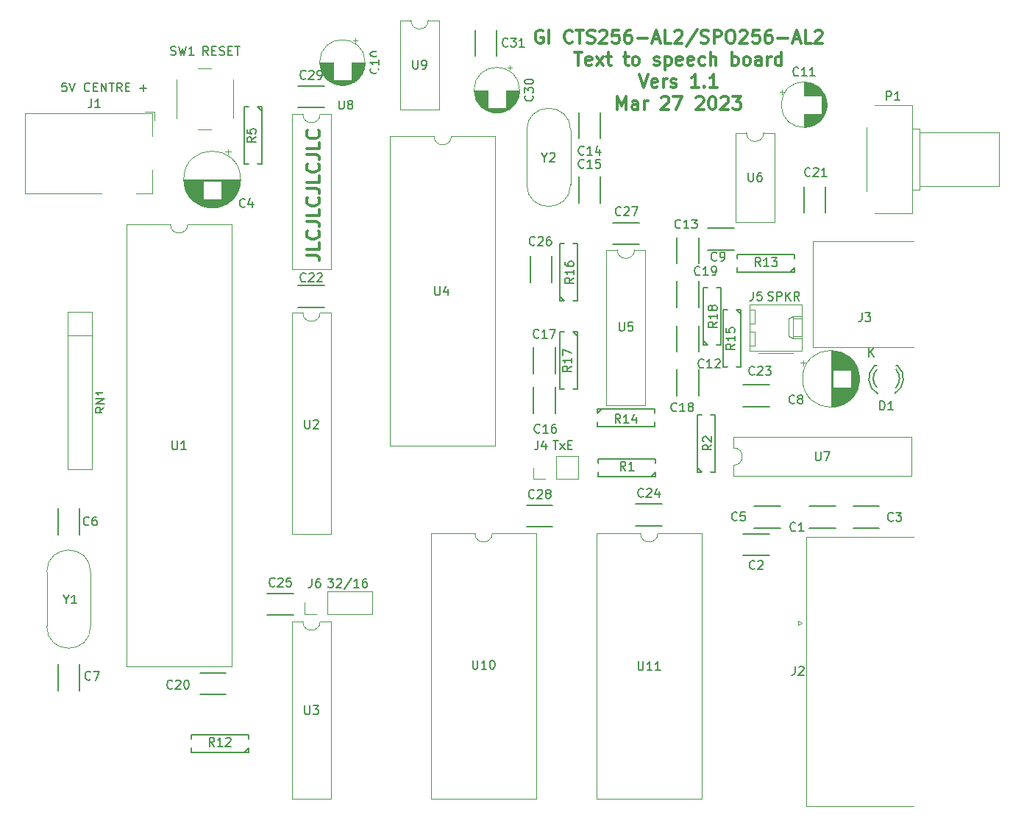
<source format=gto>
G04 #@! TF.GenerationSoftware,KiCad,Pcbnew,5.1.12*
G04 #@! TF.CreationDate,2023-03-27T23:40:57-06:00*
G04 #@! TF.ProjectId,Talker,54616c6b-6572-42e6-9b69-6361645f7063,rev?*
G04 #@! TF.SameCoordinates,Original*
G04 #@! TF.FileFunction,Legend,Top*
G04 #@! TF.FilePolarity,Positive*
%FSLAX46Y46*%
G04 Gerber Fmt 4.6, Leading zero omitted, Abs format (unit mm)*
G04 Created by KiCad (PCBNEW 5.1.12) date 2023-03-27 23:40:57*
%MOMM*%
%LPD*%
G01*
G04 APERTURE LIST*
%ADD10C,0.150000*%
%ADD11C,0.300000*%
%ADD12C,0.120000*%
%ADD13C,0.050000*%
%ADD14C,1.300000*%
%ADD15O,2.400000X1.600000*%
%ADD16R,2.400000X1.600000*%
%ADD17C,1.600000*%
%ADD18R,1.600000X1.600000*%
%ADD19C,2.000000*%
%ADD20R,2.000000X2.000000*%
%ADD21O,2.000000X3.000000*%
%ADD22O,3.000000X2.000000*%
%ADD23O,2.999999X2.000000*%
%ADD24C,3.200000*%
%ADD25C,1.500000*%
%ADD26O,1.700000X1.700000*%
%ADD27R,1.700000X1.700000*%
%ADD28O,2.190000X1.740000*%
%ADD29C,1.397000*%
%ADD30R,1.600000X2.400000*%
%ADD31O,1.600000X2.400000*%
%ADD32C,4.000000*%
%ADD33R,3.500000X3.500000*%
%ADD34C,4.600000*%
%ADD35C,1.800000*%
%ADD36O,1.600000X1.600000*%
G04 APERTURE END LIST*
D10*
X95067619Y-81414880D02*
X94734285Y-80938690D01*
X94496190Y-81414880D02*
X94496190Y-80414880D01*
X94877142Y-80414880D01*
X94972380Y-80462500D01*
X95020000Y-80510119D01*
X95067619Y-80605357D01*
X95067619Y-80748214D01*
X95020000Y-80843452D01*
X94972380Y-80891071D01*
X94877142Y-80938690D01*
X94496190Y-80938690D01*
X95496190Y-80891071D02*
X95829523Y-80891071D01*
X95972380Y-81414880D02*
X95496190Y-81414880D01*
X95496190Y-80414880D01*
X95972380Y-80414880D01*
X96353333Y-81367261D02*
X96496190Y-81414880D01*
X96734285Y-81414880D01*
X96829523Y-81367261D01*
X96877142Y-81319642D01*
X96924761Y-81224404D01*
X96924761Y-81129166D01*
X96877142Y-81033928D01*
X96829523Y-80986309D01*
X96734285Y-80938690D01*
X96543809Y-80891071D01*
X96448571Y-80843452D01*
X96400952Y-80795833D01*
X96353333Y-80700595D01*
X96353333Y-80605357D01*
X96400952Y-80510119D01*
X96448571Y-80462500D01*
X96543809Y-80414880D01*
X96781904Y-80414880D01*
X96924761Y-80462500D01*
X97353333Y-80891071D02*
X97686666Y-80891071D01*
X97829523Y-81414880D02*
X97353333Y-81414880D01*
X97353333Y-80414880D01*
X97829523Y-80414880D01*
X98115238Y-80414880D02*
X98686666Y-80414880D01*
X98400952Y-81414880D02*
X98400952Y-80414880D01*
X159504285Y-109624761D02*
X159647142Y-109672380D01*
X159885238Y-109672380D01*
X159980476Y-109624761D01*
X160028095Y-109577142D01*
X160075714Y-109481904D01*
X160075714Y-109386666D01*
X160028095Y-109291428D01*
X159980476Y-109243809D01*
X159885238Y-109196190D01*
X159694761Y-109148571D01*
X159599523Y-109100952D01*
X159551904Y-109053333D01*
X159504285Y-108958095D01*
X159504285Y-108862857D01*
X159551904Y-108767619D01*
X159599523Y-108720000D01*
X159694761Y-108672380D01*
X159932857Y-108672380D01*
X160075714Y-108720000D01*
X160504285Y-109672380D02*
X160504285Y-108672380D01*
X160885238Y-108672380D01*
X160980476Y-108720000D01*
X161028095Y-108767619D01*
X161075714Y-108862857D01*
X161075714Y-109005714D01*
X161028095Y-109100952D01*
X160980476Y-109148571D01*
X160885238Y-109196190D01*
X160504285Y-109196190D01*
X161504285Y-109672380D02*
X161504285Y-108672380D01*
X162075714Y-109672380D02*
X161647142Y-109100952D01*
X162075714Y-108672380D02*
X161504285Y-109243809D01*
X163075714Y-109672380D02*
X162742380Y-109196190D01*
X162504285Y-109672380D02*
X162504285Y-108672380D01*
X162885238Y-108672380D01*
X162980476Y-108720000D01*
X163028095Y-108767619D01*
X163075714Y-108862857D01*
X163075714Y-109005714D01*
X163028095Y-109100952D01*
X162980476Y-109148571D01*
X162885238Y-109196190D01*
X162504285Y-109196190D01*
X108839285Y-141692380D02*
X109458333Y-141692380D01*
X109125000Y-142073333D01*
X109267857Y-142073333D01*
X109363095Y-142120952D01*
X109410714Y-142168571D01*
X109458333Y-142263809D01*
X109458333Y-142501904D01*
X109410714Y-142597142D01*
X109363095Y-142644761D01*
X109267857Y-142692380D01*
X108982142Y-142692380D01*
X108886904Y-142644761D01*
X108839285Y-142597142D01*
X109839285Y-141787619D02*
X109886904Y-141740000D01*
X109982142Y-141692380D01*
X110220238Y-141692380D01*
X110315476Y-141740000D01*
X110363095Y-141787619D01*
X110410714Y-141882857D01*
X110410714Y-141978095D01*
X110363095Y-142120952D01*
X109791666Y-142692380D01*
X110410714Y-142692380D01*
X111553571Y-141644761D02*
X110696428Y-142930476D01*
X112410714Y-142692380D02*
X111839285Y-142692380D01*
X112125000Y-142692380D02*
X112125000Y-141692380D01*
X112029761Y-141835238D01*
X111934523Y-141930476D01*
X111839285Y-141978095D01*
X113267857Y-141692380D02*
X113077380Y-141692380D01*
X112982142Y-141740000D01*
X112934523Y-141787619D01*
X112839285Y-141930476D01*
X112791666Y-142120952D01*
X112791666Y-142501904D01*
X112839285Y-142597142D01*
X112886904Y-142644761D01*
X112982142Y-142692380D01*
X113172619Y-142692380D01*
X113267857Y-142644761D01*
X113315476Y-142597142D01*
X113363095Y-142501904D01*
X113363095Y-142263809D01*
X113315476Y-142168571D01*
X113267857Y-142120952D01*
X113172619Y-142073333D01*
X112982142Y-142073333D01*
X112886904Y-142120952D01*
X112839285Y-142168571D01*
X112791666Y-142263809D01*
X134747142Y-125817380D02*
X135318571Y-125817380D01*
X135032857Y-126817380D02*
X135032857Y-125817380D01*
X135556666Y-126817380D02*
X136080476Y-126150714D01*
X135556666Y-126150714D02*
X136080476Y-126817380D01*
X136461428Y-126293571D02*
X136794761Y-126293571D01*
X136937619Y-126817380D02*
X136461428Y-126817380D01*
X136461428Y-125817380D01*
X136937619Y-125817380D01*
X78740547Y-84605880D02*
X78264357Y-84605880D01*
X78216738Y-85082071D01*
X78264357Y-85034452D01*
X78359595Y-84986833D01*
X78597690Y-84986833D01*
X78692928Y-85034452D01*
X78740547Y-85082071D01*
X78788166Y-85177309D01*
X78788166Y-85415404D01*
X78740547Y-85510642D01*
X78692928Y-85558261D01*
X78597690Y-85605880D01*
X78359595Y-85605880D01*
X78264357Y-85558261D01*
X78216738Y-85510642D01*
X79073880Y-84605880D02*
X79407214Y-85605880D01*
X79740547Y-84605880D01*
X81407214Y-85510642D02*
X81359595Y-85558261D01*
X81216738Y-85605880D01*
X81121500Y-85605880D01*
X80978642Y-85558261D01*
X80883404Y-85463023D01*
X80835785Y-85367785D01*
X80788166Y-85177309D01*
X80788166Y-85034452D01*
X80835785Y-84843976D01*
X80883404Y-84748738D01*
X80978642Y-84653500D01*
X81121500Y-84605880D01*
X81216738Y-84605880D01*
X81359595Y-84653500D01*
X81407214Y-84701119D01*
X81835785Y-85082071D02*
X82169119Y-85082071D01*
X82311976Y-85605880D02*
X81835785Y-85605880D01*
X81835785Y-84605880D01*
X82311976Y-84605880D01*
X82740547Y-85605880D02*
X82740547Y-84605880D01*
X83311976Y-85605880D01*
X83311976Y-84605880D01*
X83645309Y-84605880D02*
X84216738Y-84605880D01*
X83931023Y-85605880D02*
X83931023Y-84605880D01*
X85121500Y-85605880D02*
X84788166Y-85129690D01*
X84550071Y-85605880D02*
X84550071Y-84605880D01*
X84931023Y-84605880D01*
X85026261Y-84653500D01*
X85073880Y-84701119D01*
X85121500Y-84796357D01*
X85121500Y-84939214D01*
X85073880Y-85034452D01*
X85026261Y-85082071D01*
X84931023Y-85129690D01*
X84550071Y-85129690D01*
X85550071Y-85082071D02*
X85883404Y-85082071D01*
X86026261Y-85605880D02*
X85550071Y-85605880D01*
X85550071Y-84605880D01*
X86026261Y-84605880D01*
X87216738Y-85224928D02*
X87978642Y-85224928D01*
X87597690Y-85605880D02*
X87597690Y-84843976D01*
D11*
X106366571Y-104464571D02*
X107438000Y-104464571D01*
X107652285Y-104536000D01*
X107795142Y-104678857D01*
X107866571Y-104893142D01*
X107866571Y-105036000D01*
X107866571Y-103036000D02*
X107866571Y-103750285D01*
X106366571Y-103750285D01*
X107723714Y-101678857D02*
X107795142Y-101750285D01*
X107866571Y-101964571D01*
X107866571Y-102107428D01*
X107795142Y-102321714D01*
X107652285Y-102464571D01*
X107509428Y-102536000D01*
X107223714Y-102607428D01*
X107009428Y-102607428D01*
X106723714Y-102536000D01*
X106580857Y-102464571D01*
X106438000Y-102321714D01*
X106366571Y-102107428D01*
X106366571Y-101964571D01*
X106438000Y-101750285D01*
X106509428Y-101678857D01*
X106366571Y-100607428D02*
X107438000Y-100607428D01*
X107652285Y-100678857D01*
X107795142Y-100821714D01*
X107866571Y-101036000D01*
X107866571Y-101178857D01*
X107866571Y-99178857D02*
X107866571Y-99893142D01*
X106366571Y-99893142D01*
X107723714Y-97821714D02*
X107795142Y-97893142D01*
X107866571Y-98107428D01*
X107866571Y-98250285D01*
X107795142Y-98464571D01*
X107652285Y-98607428D01*
X107509428Y-98678857D01*
X107223714Y-98750285D01*
X107009428Y-98750285D01*
X106723714Y-98678857D01*
X106580857Y-98607428D01*
X106438000Y-98464571D01*
X106366571Y-98250285D01*
X106366571Y-98107428D01*
X106438000Y-97893142D01*
X106509428Y-97821714D01*
X106366571Y-96750285D02*
X107438000Y-96750285D01*
X107652285Y-96821714D01*
X107795142Y-96964571D01*
X107866571Y-97178857D01*
X107866571Y-97321714D01*
X107866571Y-95321714D02*
X107866571Y-96036000D01*
X106366571Y-96036000D01*
X107723714Y-93964571D02*
X107795142Y-94036000D01*
X107866571Y-94250285D01*
X107866571Y-94393142D01*
X107795142Y-94607428D01*
X107652285Y-94750285D01*
X107509428Y-94821714D01*
X107223714Y-94893142D01*
X107009428Y-94893142D01*
X106723714Y-94821714D01*
X106580857Y-94750285D01*
X106438000Y-94607428D01*
X106366571Y-94393142D01*
X106366571Y-94250285D01*
X106438000Y-94036000D01*
X106509428Y-93964571D01*
X106366571Y-92893142D02*
X107438000Y-92893142D01*
X107652285Y-92964571D01*
X107795142Y-93107428D01*
X107866571Y-93321714D01*
X107866571Y-93464571D01*
X107866571Y-91464571D02*
X107866571Y-92178857D01*
X106366571Y-92178857D01*
X107723714Y-90107428D02*
X107795142Y-90178857D01*
X107866571Y-90393142D01*
X107866571Y-90536000D01*
X107795142Y-90750285D01*
X107652285Y-90893142D01*
X107509428Y-90964571D01*
X107223714Y-91036000D01*
X107009428Y-91036000D01*
X106723714Y-90964571D01*
X106580857Y-90893142D01*
X106438000Y-90750285D01*
X106366571Y-90536000D01*
X106366571Y-90393142D01*
X106438000Y-90178857D01*
X106509428Y-90107428D01*
X133546428Y-78610000D02*
X133403571Y-78538571D01*
X133189285Y-78538571D01*
X132975000Y-78610000D01*
X132832142Y-78752857D01*
X132760714Y-78895714D01*
X132689285Y-79181428D01*
X132689285Y-79395714D01*
X132760714Y-79681428D01*
X132832142Y-79824285D01*
X132975000Y-79967142D01*
X133189285Y-80038571D01*
X133332142Y-80038571D01*
X133546428Y-79967142D01*
X133617857Y-79895714D01*
X133617857Y-79395714D01*
X133332142Y-79395714D01*
X134260714Y-80038571D02*
X134260714Y-78538571D01*
X136975000Y-79895714D02*
X136903571Y-79967142D01*
X136689285Y-80038571D01*
X136546428Y-80038571D01*
X136332142Y-79967142D01*
X136189285Y-79824285D01*
X136117857Y-79681428D01*
X136046428Y-79395714D01*
X136046428Y-79181428D01*
X136117857Y-78895714D01*
X136189285Y-78752857D01*
X136332142Y-78610000D01*
X136546428Y-78538571D01*
X136689285Y-78538571D01*
X136903571Y-78610000D01*
X136975000Y-78681428D01*
X137403571Y-78538571D02*
X138260714Y-78538571D01*
X137832142Y-80038571D02*
X137832142Y-78538571D01*
X138689285Y-79967142D02*
X138903571Y-80038571D01*
X139260714Y-80038571D01*
X139403571Y-79967142D01*
X139475000Y-79895714D01*
X139546428Y-79752857D01*
X139546428Y-79610000D01*
X139475000Y-79467142D01*
X139403571Y-79395714D01*
X139260714Y-79324285D01*
X138975000Y-79252857D01*
X138832142Y-79181428D01*
X138760714Y-79110000D01*
X138689285Y-78967142D01*
X138689285Y-78824285D01*
X138760714Y-78681428D01*
X138832142Y-78610000D01*
X138975000Y-78538571D01*
X139332142Y-78538571D01*
X139546428Y-78610000D01*
X140117857Y-78681428D02*
X140189285Y-78610000D01*
X140332142Y-78538571D01*
X140689285Y-78538571D01*
X140832142Y-78610000D01*
X140903571Y-78681428D01*
X140975000Y-78824285D01*
X140975000Y-78967142D01*
X140903571Y-79181428D01*
X140046428Y-80038571D01*
X140975000Y-80038571D01*
X142332142Y-78538571D02*
X141617857Y-78538571D01*
X141546428Y-79252857D01*
X141617857Y-79181428D01*
X141760714Y-79110000D01*
X142117857Y-79110000D01*
X142260714Y-79181428D01*
X142332142Y-79252857D01*
X142403571Y-79395714D01*
X142403571Y-79752857D01*
X142332142Y-79895714D01*
X142260714Y-79967142D01*
X142117857Y-80038571D01*
X141760714Y-80038571D01*
X141617857Y-79967142D01*
X141546428Y-79895714D01*
X143689285Y-78538571D02*
X143403571Y-78538571D01*
X143260714Y-78610000D01*
X143189285Y-78681428D01*
X143046428Y-78895714D01*
X142975000Y-79181428D01*
X142975000Y-79752857D01*
X143046428Y-79895714D01*
X143117857Y-79967142D01*
X143260714Y-80038571D01*
X143546428Y-80038571D01*
X143689285Y-79967142D01*
X143760714Y-79895714D01*
X143832142Y-79752857D01*
X143832142Y-79395714D01*
X143760714Y-79252857D01*
X143689285Y-79181428D01*
X143546428Y-79110000D01*
X143260714Y-79110000D01*
X143117857Y-79181428D01*
X143046428Y-79252857D01*
X142975000Y-79395714D01*
X144475000Y-79467142D02*
X145617857Y-79467142D01*
X146260714Y-79610000D02*
X146975000Y-79610000D01*
X146117857Y-80038571D02*
X146617857Y-78538571D01*
X147117857Y-80038571D01*
X148332142Y-80038571D02*
X147617857Y-80038571D01*
X147617857Y-78538571D01*
X148760714Y-78681428D02*
X148832142Y-78610000D01*
X148975000Y-78538571D01*
X149332142Y-78538571D01*
X149475000Y-78610000D01*
X149546428Y-78681428D01*
X149617857Y-78824285D01*
X149617857Y-78967142D01*
X149546428Y-79181428D01*
X148689285Y-80038571D01*
X149617857Y-80038571D01*
X151332142Y-78467142D02*
X150046428Y-80395714D01*
X151760714Y-79967142D02*
X151975000Y-80038571D01*
X152332142Y-80038571D01*
X152475000Y-79967142D01*
X152546428Y-79895714D01*
X152617857Y-79752857D01*
X152617857Y-79610000D01*
X152546428Y-79467142D01*
X152475000Y-79395714D01*
X152332142Y-79324285D01*
X152046428Y-79252857D01*
X151903571Y-79181428D01*
X151832142Y-79110000D01*
X151760714Y-78967142D01*
X151760714Y-78824285D01*
X151832142Y-78681428D01*
X151903571Y-78610000D01*
X152046428Y-78538571D01*
X152403571Y-78538571D01*
X152617857Y-78610000D01*
X153260714Y-80038571D02*
X153260714Y-78538571D01*
X153832142Y-78538571D01*
X153975000Y-78610000D01*
X154046428Y-78681428D01*
X154117857Y-78824285D01*
X154117857Y-79038571D01*
X154046428Y-79181428D01*
X153975000Y-79252857D01*
X153832142Y-79324285D01*
X153260714Y-79324285D01*
X155046428Y-78538571D02*
X155332142Y-78538571D01*
X155475000Y-78610000D01*
X155617857Y-78752857D01*
X155689285Y-79038571D01*
X155689285Y-79538571D01*
X155617857Y-79824285D01*
X155475000Y-79967142D01*
X155332142Y-80038571D01*
X155046428Y-80038571D01*
X154903571Y-79967142D01*
X154760714Y-79824285D01*
X154689285Y-79538571D01*
X154689285Y-79038571D01*
X154760714Y-78752857D01*
X154903571Y-78610000D01*
X155046428Y-78538571D01*
X156260714Y-78681428D02*
X156332142Y-78610000D01*
X156475000Y-78538571D01*
X156832142Y-78538571D01*
X156975000Y-78610000D01*
X157046428Y-78681428D01*
X157117857Y-78824285D01*
X157117857Y-78967142D01*
X157046428Y-79181428D01*
X156189285Y-80038571D01*
X157117857Y-80038571D01*
X158475000Y-78538571D02*
X157760714Y-78538571D01*
X157689285Y-79252857D01*
X157760714Y-79181428D01*
X157903571Y-79110000D01*
X158260714Y-79110000D01*
X158403571Y-79181428D01*
X158475000Y-79252857D01*
X158546428Y-79395714D01*
X158546428Y-79752857D01*
X158475000Y-79895714D01*
X158403571Y-79967142D01*
X158260714Y-80038571D01*
X157903571Y-80038571D01*
X157760714Y-79967142D01*
X157689285Y-79895714D01*
X159832142Y-78538571D02*
X159546428Y-78538571D01*
X159403571Y-78610000D01*
X159332142Y-78681428D01*
X159189285Y-78895714D01*
X159117857Y-79181428D01*
X159117857Y-79752857D01*
X159189285Y-79895714D01*
X159260714Y-79967142D01*
X159403571Y-80038571D01*
X159689285Y-80038571D01*
X159832142Y-79967142D01*
X159903571Y-79895714D01*
X159975000Y-79752857D01*
X159975000Y-79395714D01*
X159903571Y-79252857D01*
X159832142Y-79181428D01*
X159689285Y-79110000D01*
X159403571Y-79110000D01*
X159260714Y-79181428D01*
X159189285Y-79252857D01*
X159117857Y-79395714D01*
X160617857Y-79467142D02*
X161760714Y-79467142D01*
X162403571Y-79610000D02*
X163117857Y-79610000D01*
X162260714Y-80038571D02*
X162760714Y-78538571D01*
X163260714Y-80038571D01*
X164475000Y-80038571D02*
X163760714Y-80038571D01*
X163760714Y-78538571D01*
X164903571Y-78681428D02*
X164975000Y-78610000D01*
X165117857Y-78538571D01*
X165475000Y-78538571D01*
X165617857Y-78610000D01*
X165689285Y-78681428D01*
X165760714Y-78824285D01*
X165760714Y-78967142D01*
X165689285Y-79181428D01*
X164832142Y-80038571D01*
X165760714Y-80038571D01*
X137225000Y-81088571D02*
X138082142Y-81088571D01*
X137653571Y-82588571D02*
X137653571Y-81088571D01*
X139153571Y-82517142D02*
X139010714Y-82588571D01*
X138725000Y-82588571D01*
X138582142Y-82517142D01*
X138510714Y-82374285D01*
X138510714Y-81802857D01*
X138582142Y-81660000D01*
X138725000Y-81588571D01*
X139010714Y-81588571D01*
X139153571Y-81660000D01*
X139225000Y-81802857D01*
X139225000Y-81945714D01*
X138510714Y-82088571D01*
X139725000Y-82588571D02*
X140510714Y-81588571D01*
X139725000Y-81588571D02*
X140510714Y-82588571D01*
X140867857Y-81588571D02*
X141439285Y-81588571D01*
X141082142Y-81088571D02*
X141082142Y-82374285D01*
X141153571Y-82517142D01*
X141296428Y-82588571D01*
X141439285Y-82588571D01*
X142867857Y-81588571D02*
X143439285Y-81588571D01*
X143082142Y-81088571D02*
X143082142Y-82374285D01*
X143153571Y-82517142D01*
X143296428Y-82588571D01*
X143439285Y-82588571D01*
X144153571Y-82588571D02*
X144010714Y-82517142D01*
X143939285Y-82445714D01*
X143867857Y-82302857D01*
X143867857Y-81874285D01*
X143939285Y-81731428D01*
X144010714Y-81660000D01*
X144153571Y-81588571D01*
X144367857Y-81588571D01*
X144510714Y-81660000D01*
X144582142Y-81731428D01*
X144653571Y-81874285D01*
X144653571Y-82302857D01*
X144582142Y-82445714D01*
X144510714Y-82517142D01*
X144367857Y-82588571D01*
X144153571Y-82588571D01*
X146367857Y-82517142D02*
X146510714Y-82588571D01*
X146796428Y-82588571D01*
X146939285Y-82517142D01*
X147010714Y-82374285D01*
X147010714Y-82302857D01*
X146939285Y-82160000D01*
X146796428Y-82088571D01*
X146582142Y-82088571D01*
X146439285Y-82017142D01*
X146367857Y-81874285D01*
X146367857Y-81802857D01*
X146439285Y-81660000D01*
X146582142Y-81588571D01*
X146796428Y-81588571D01*
X146939285Y-81660000D01*
X147653571Y-81588571D02*
X147653571Y-83088571D01*
X147653571Y-81660000D02*
X147796428Y-81588571D01*
X148082142Y-81588571D01*
X148225000Y-81660000D01*
X148296428Y-81731428D01*
X148367857Y-81874285D01*
X148367857Y-82302857D01*
X148296428Y-82445714D01*
X148225000Y-82517142D01*
X148082142Y-82588571D01*
X147796428Y-82588571D01*
X147653571Y-82517142D01*
X149582142Y-82517142D02*
X149439285Y-82588571D01*
X149153571Y-82588571D01*
X149010714Y-82517142D01*
X148939285Y-82374285D01*
X148939285Y-81802857D01*
X149010714Y-81660000D01*
X149153571Y-81588571D01*
X149439285Y-81588571D01*
X149582142Y-81660000D01*
X149653571Y-81802857D01*
X149653571Y-81945714D01*
X148939285Y-82088571D01*
X150867857Y-82517142D02*
X150725000Y-82588571D01*
X150439285Y-82588571D01*
X150296428Y-82517142D01*
X150225000Y-82374285D01*
X150225000Y-81802857D01*
X150296428Y-81660000D01*
X150439285Y-81588571D01*
X150725000Y-81588571D01*
X150867857Y-81660000D01*
X150939285Y-81802857D01*
X150939285Y-81945714D01*
X150225000Y-82088571D01*
X152225000Y-82517142D02*
X152082142Y-82588571D01*
X151796428Y-82588571D01*
X151653571Y-82517142D01*
X151582142Y-82445714D01*
X151510714Y-82302857D01*
X151510714Y-81874285D01*
X151582142Y-81731428D01*
X151653571Y-81660000D01*
X151796428Y-81588571D01*
X152082142Y-81588571D01*
X152225000Y-81660000D01*
X152867857Y-82588571D02*
X152867857Y-81088571D01*
X153510714Y-82588571D02*
X153510714Y-81802857D01*
X153439285Y-81660000D01*
X153296428Y-81588571D01*
X153082142Y-81588571D01*
X152939285Y-81660000D01*
X152867857Y-81731428D01*
X155367857Y-82588571D02*
X155367857Y-81088571D01*
X155367857Y-81660000D02*
X155510714Y-81588571D01*
X155796428Y-81588571D01*
X155939285Y-81660000D01*
X156010714Y-81731428D01*
X156082142Y-81874285D01*
X156082142Y-82302857D01*
X156010714Y-82445714D01*
X155939285Y-82517142D01*
X155796428Y-82588571D01*
X155510714Y-82588571D01*
X155367857Y-82517142D01*
X156939285Y-82588571D02*
X156796428Y-82517142D01*
X156725000Y-82445714D01*
X156653571Y-82302857D01*
X156653571Y-81874285D01*
X156725000Y-81731428D01*
X156796428Y-81660000D01*
X156939285Y-81588571D01*
X157153571Y-81588571D01*
X157296428Y-81660000D01*
X157367857Y-81731428D01*
X157439285Y-81874285D01*
X157439285Y-82302857D01*
X157367857Y-82445714D01*
X157296428Y-82517142D01*
X157153571Y-82588571D01*
X156939285Y-82588571D01*
X158725000Y-82588571D02*
X158725000Y-81802857D01*
X158653571Y-81660000D01*
X158510714Y-81588571D01*
X158225000Y-81588571D01*
X158082142Y-81660000D01*
X158725000Y-82517142D02*
X158582142Y-82588571D01*
X158225000Y-82588571D01*
X158082142Y-82517142D01*
X158010714Y-82374285D01*
X158010714Y-82231428D01*
X158082142Y-82088571D01*
X158225000Y-82017142D01*
X158582142Y-82017142D01*
X158725000Y-81945714D01*
X159439285Y-82588571D02*
X159439285Y-81588571D01*
X159439285Y-81874285D02*
X159510714Y-81731428D01*
X159582142Y-81660000D01*
X159725000Y-81588571D01*
X159867857Y-81588571D01*
X161010714Y-82588571D02*
X161010714Y-81088571D01*
X161010714Y-82517142D02*
X160867857Y-82588571D01*
X160582142Y-82588571D01*
X160439285Y-82517142D01*
X160367857Y-82445714D01*
X160296428Y-82302857D01*
X160296428Y-81874285D01*
X160367857Y-81731428D01*
X160439285Y-81660000D01*
X160582142Y-81588571D01*
X160867857Y-81588571D01*
X161010714Y-81660000D01*
X144653571Y-83638571D02*
X145153571Y-85138571D01*
X145653571Y-83638571D01*
X146725000Y-85067142D02*
X146582142Y-85138571D01*
X146296428Y-85138571D01*
X146153571Y-85067142D01*
X146082142Y-84924285D01*
X146082142Y-84352857D01*
X146153571Y-84210000D01*
X146296428Y-84138571D01*
X146582142Y-84138571D01*
X146725000Y-84210000D01*
X146796428Y-84352857D01*
X146796428Y-84495714D01*
X146082142Y-84638571D01*
X147439285Y-85138571D02*
X147439285Y-84138571D01*
X147439285Y-84424285D02*
X147510714Y-84281428D01*
X147582142Y-84210000D01*
X147725000Y-84138571D01*
X147867857Y-84138571D01*
X148296428Y-85067142D02*
X148439285Y-85138571D01*
X148725000Y-85138571D01*
X148867857Y-85067142D01*
X148939285Y-84924285D01*
X148939285Y-84852857D01*
X148867857Y-84710000D01*
X148725000Y-84638571D01*
X148510714Y-84638571D01*
X148367857Y-84567142D01*
X148296428Y-84424285D01*
X148296428Y-84352857D01*
X148367857Y-84210000D01*
X148510714Y-84138571D01*
X148725000Y-84138571D01*
X148867857Y-84210000D01*
X151510714Y-85138571D02*
X150653571Y-85138571D01*
X151082142Y-85138571D02*
X151082142Y-83638571D01*
X150939285Y-83852857D01*
X150796428Y-83995714D01*
X150653571Y-84067142D01*
X152153571Y-84995714D02*
X152225000Y-85067142D01*
X152153571Y-85138571D01*
X152082142Y-85067142D01*
X152153571Y-84995714D01*
X152153571Y-85138571D01*
X153653571Y-85138571D02*
X152796428Y-85138571D01*
X153225000Y-85138571D02*
X153225000Y-83638571D01*
X153082142Y-83852857D01*
X152939285Y-83995714D01*
X152796428Y-84067142D01*
X142153571Y-87688571D02*
X142153571Y-86188571D01*
X142653571Y-87260000D01*
X143153571Y-86188571D01*
X143153571Y-87688571D01*
X144510714Y-87688571D02*
X144510714Y-86902857D01*
X144439285Y-86760000D01*
X144296428Y-86688571D01*
X144010714Y-86688571D01*
X143867857Y-86760000D01*
X144510714Y-87617142D02*
X144367857Y-87688571D01*
X144010714Y-87688571D01*
X143867857Y-87617142D01*
X143796428Y-87474285D01*
X143796428Y-87331428D01*
X143867857Y-87188571D01*
X144010714Y-87117142D01*
X144367857Y-87117142D01*
X144510714Y-87045714D01*
X145225000Y-87688571D02*
X145225000Y-86688571D01*
X145225000Y-86974285D02*
X145296428Y-86831428D01*
X145367857Y-86760000D01*
X145510714Y-86688571D01*
X145653571Y-86688571D01*
X147225000Y-86331428D02*
X147296428Y-86260000D01*
X147439285Y-86188571D01*
X147796428Y-86188571D01*
X147939285Y-86260000D01*
X148010714Y-86331428D01*
X148082142Y-86474285D01*
X148082142Y-86617142D01*
X148010714Y-86831428D01*
X147153571Y-87688571D01*
X148082142Y-87688571D01*
X148582142Y-86188571D02*
X149582142Y-86188571D01*
X148939285Y-87688571D01*
X151225000Y-86331428D02*
X151296428Y-86260000D01*
X151439285Y-86188571D01*
X151796428Y-86188571D01*
X151939285Y-86260000D01*
X152010714Y-86331428D01*
X152082142Y-86474285D01*
X152082142Y-86617142D01*
X152010714Y-86831428D01*
X151153571Y-87688571D01*
X152082142Y-87688571D01*
X153010714Y-86188571D02*
X153153571Y-86188571D01*
X153296428Y-86260000D01*
X153367857Y-86331428D01*
X153439285Y-86474285D01*
X153510714Y-86760000D01*
X153510714Y-87117142D01*
X153439285Y-87402857D01*
X153367857Y-87545714D01*
X153296428Y-87617142D01*
X153153571Y-87688571D01*
X153010714Y-87688571D01*
X152867857Y-87617142D01*
X152796428Y-87545714D01*
X152725000Y-87402857D01*
X152653571Y-87117142D01*
X152653571Y-86760000D01*
X152725000Y-86474285D01*
X152796428Y-86331428D01*
X152867857Y-86260000D01*
X153010714Y-86188571D01*
X154082142Y-86331428D02*
X154153571Y-86260000D01*
X154296428Y-86188571D01*
X154653571Y-86188571D01*
X154796428Y-86260000D01*
X154867857Y-86331428D01*
X154939285Y-86474285D01*
X154939285Y-86617142D01*
X154867857Y-86831428D01*
X154010714Y-87688571D01*
X154939285Y-87688571D01*
X155439285Y-86188571D02*
X156367857Y-86188571D01*
X155867857Y-86760000D01*
X156082142Y-86760000D01*
X156225000Y-86831428D01*
X156296428Y-86902857D01*
X156367857Y-87045714D01*
X156367857Y-87402857D01*
X156296428Y-87545714D01*
X156225000Y-87617142D01*
X156082142Y-87688571D01*
X155653571Y-87688571D01*
X155510714Y-87617142D01*
X155439285Y-87545714D01*
D10*
X128250000Y-78530000D02*
X128250000Y-81530000D01*
X125750000Y-81530000D02*
X125750000Y-78530000D01*
D12*
X121630000Y-77410000D02*
X120380000Y-77410000D01*
X121630000Y-87690000D02*
X121630000Y-77410000D01*
X117130000Y-87690000D02*
X121630000Y-87690000D01*
X117130000Y-77410000D02*
X117130000Y-87690000D01*
X118380000Y-77410000D02*
X117130000Y-77410000D01*
X120380000Y-77410000D02*
G75*
G02*
X118380000Y-77410000I-1000000J0D01*
G01*
X130890000Y-85455000D02*
G75*
G03*
X130890000Y-85455000I-2620000J0D01*
G01*
X127230000Y-85455000D02*
X125690000Y-85455000D01*
X130850000Y-85455000D02*
X129310000Y-85455000D01*
X127230000Y-85495000D02*
X125690000Y-85495000D01*
X130850000Y-85495000D02*
X129310000Y-85495000D01*
X130849000Y-85535000D02*
X129310000Y-85535000D01*
X127230000Y-85535000D02*
X125691000Y-85535000D01*
X130848000Y-85575000D02*
X129310000Y-85575000D01*
X127230000Y-85575000D02*
X125692000Y-85575000D01*
X130846000Y-85615000D02*
X129310000Y-85615000D01*
X127230000Y-85615000D02*
X125694000Y-85615000D01*
X130843000Y-85655000D02*
X129310000Y-85655000D01*
X127230000Y-85655000D02*
X125697000Y-85655000D01*
X130839000Y-85695000D02*
X129310000Y-85695000D01*
X127230000Y-85695000D02*
X125701000Y-85695000D01*
X130835000Y-85735000D02*
X129310000Y-85735000D01*
X127230000Y-85735000D02*
X125705000Y-85735000D01*
X130831000Y-85775000D02*
X129310000Y-85775000D01*
X127230000Y-85775000D02*
X125709000Y-85775000D01*
X130826000Y-85815000D02*
X129310000Y-85815000D01*
X127230000Y-85815000D02*
X125714000Y-85815000D01*
X130820000Y-85855000D02*
X129310000Y-85855000D01*
X127230000Y-85855000D02*
X125720000Y-85855000D01*
X130813000Y-85895000D02*
X129310000Y-85895000D01*
X127230000Y-85895000D02*
X125727000Y-85895000D01*
X130806000Y-85935000D02*
X129310000Y-85935000D01*
X127230000Y-85935000D02*
X125734000Y-85935000D01*
X130798000Y-85975000D02*
X129310000Y-85975000D01*
X127230000Y-85975000D02*
X125742000Y-85975000D01*
X130790000Y-86015000D02*
X129310000Y-86015000D01*
X127230000Y-86015000D02*
X125750000Y-86015000D01*
X130781000Y-86055000D02*
X129310000Y-86055000D01*
X127230000Y-86055000D02*
X125759000Y-86055000D01*
X130771000Y-86095000D02*
X129310000Y-86095000D01*
X127230000Y-86095000D02*
X125769000Y-86095000D01*
X130761000Y-86135000D02*
X129310000Y-86135000D01*
X127230000Y-86135000D02*
X125779000Y-86135000D01*
X130750000Y-86176000D02*
X129310000Y-86176000D01*
X127230000Y-86176000D02*
X125790000Y-86176000D01*
X130738000Y-86216000D02*
X129310000Y-86216000D01*
X127230000Y-86216000D02*
X125802000Y-86216000D01*
X130725000Y-86256000D02*
X129310000Y-86256000D01*
X127230000Y-86256000D02*
X125815000Y-86256000D01*
X130712000Y-86296000D02*
X129310000Y-86296000D01*
X127230000Y-86296000D02*
X125828000Y-86296000D01*
X130698000Y-86336000D02*
X129310000Y-86336000D01*
X127230000Y-86336000D02*
X125842000Y-86336000D01*
X130684000Y-86376000D02*
X129310000Y-86376000D01*
X127230000Y-86376000D02*
X125856000Y-86376000D01*
X130668000Y-86416000D02*
X129310000Y-86416000D01*
X127230000Y-86416000D02*
X125872000Y-86416000D01*
X130652000Y-86456000D02*
X129310000Y-86456000D01*
X127230000Y-86456000D02*
X125888000Y-86456000D01*
X130635000Y-86496000D02*
X129310000Y-86496000D01*
X127230000Y-86496000D02*
X125905000Y-86496000D01*
X130618000Y-86536000D02*
X129310000Y-86536000D01*
X127230000Y-86536000D02*
X125922000Y-86536000D01*
X130599000Y-86576000D02*
X129310000Y-86576000D01*
X127230000Y-86576000D02*
X125941000Y-86576000D01*
X130580000Y-86616000D02*
X129310000Y-86616000D01*
X127230000Y-86616000D02*
X125960000Y-86616000D01*
X130560000Y-86656000D02*
X129310000Y-86656000D01*
X127230000Y-86656000D02*
X125980000Y-86656000D01*
X130538000Y-86696000D02*
X129310000Y-86696000D01*
X127230000Y-86696000D02*
X126002000Y-86696000D01*
X130517000Y-86736000D02*
X129310000Y-86736000D01*
X127230000Y-86736000D02*
X126023000Y-86736000D01*
X130494000Y-86776000D02*
X129310000Y-86776000D01*
X127230000Y-86776000D02*
X126046000Y-86776000D01*
X130470000Y-86816000D02*
X129310000Y-86816000D01*
X127230000Y-86816000D02*
X126070000Y-86816000D01*
X130445000Y-86856000D02*
X129310000Y-86856000D01*
X127230000Y-86856000D02*
X126095000Y-86856000D01*
X130419000Y-86896000D02*
X129310000Y-86896000D01*
X127230000Y-86896000D02*
X126121000Y-86896000D01*
X130392000Y-86936000D02*
X129310000Y-86936000D01*
X127230000Y-86936000D02*
X126148000Y-86936000D01*
X130365000Y-86976000D02*
X129310000Y-86976000D01*
X127230000Y-86976000D02*
X126175000Y-86976000D01*
X130335000Y-87016000D02*
X129310000Y-87016000D01*
X127230000Y-87016000D02*
X126205000Y-87016000D01*
X130305000Y-87056000D02*
X129310000Y-87056000D01*
X127230000Y-87056000D02*
X126235000Y-87056000D01*
X130274000Y-87096000D02*
X129310000Y-87096000D01*
X127230000Y-87096000D02*
X126266000Y-87096000D01*
X130241000Y-87136000D02*
X129310000Y-87136000D01*
X127230000Y-87136000D02*
X126299000Y-87136000D01*
X130207000Y-87176000D02*
X129310000Y-87176000D01*
X127230000Y-87176000D02*
X126333000Y-87176000D01*
X130171000Y-87216000D02*
X129310000Y-87216000D01*
X127230000Y-87216000D02*
X126369000Y-87216000D01*
X130134000Y-87256000D02*
X129310000Y-87256000D01*
X127230000Y-87256000D02*
X126406000Y-87256000D01*
X130096000Y-87296000D02*
X129310000Y-87296000D01*
X127230000Y-87296000D02*
X126444000Y-87296000D01*
X130055000Y-87336000D02*
X129310000Y-87336000D01*
X127230000Y-87336000D02*
X126485000Y-87336000D01*
X130013000Y-87376000D02*
X129310000Y-87376000D01*
X127230000Y-87376000D02*
X126527000Y-87376000D01*
X129969000Y-87416000D02*
X129310000Y-87416000D01*
X127230000Y-87416000D02*
X126571000Y-87416000D01*
X129923000Y-87456000D02*
X129310000Y-87456000D01*
X127230000Y-87456000D02*
X126617000Y-87456000D01*
X129875000Y-87496000D02*
X126665000Y-87496000D01*
X129824000Y-87536000D02*
X126716000Y-87536000D01*
X129770000Y-87576000D02*
X126770000Y-87576000D01*
X129713000Y-87616000D02*
X126827000Y-87616000D01*
X129653000Y-87656000D02*
X126887000Y-87656000D01*
X129589000Y-87696000D02*
X126951000Y-87696000D01*
X129521000Y-87736000D02*
X127019000Y-87736000D01*
X129448000Y-87776000D02*
X127092000Y-87776000D01*
X129368000Y-87816000D02*
X127172000Y-87816000D01*
X129281000Y-87856000D02*
X127259000Y-87856000D01*
X129185000Y-87896000D02*
X127355000Y-87896000D01*
X129075000Y-87936000D02*
X127465000Y-87936000D01*
X128947000Y-87976000D02*
X127593000Y-87976000D01*
X128788000Y-88016000D02*
X127752000Y-88016000D01*
X128554000Y-88056000D02*
X127986000Y-88056000D01*
X129745000Y-82650225D02*
X129745000Y-83150225D01*
X129995000Y-82900225D02*
X129495000Y-82900225D01*
X113110000Y-82280000D02*
G75*
G03*
X113110000Y-82280000I-2620000J0D01*
G01*
X109450000Y-82280000D02*
X107910000Y-82280000D01*
X113070000Y-82280000D02*
X111530000Y-82280000D01*
X109450000Y-82320000D02*
X107910000Y-82320000D01*
X113070000Y-82320000D02*
X111530000Y-82320000D01*
X113069000Y-82360000D02*
X111530000Y-82360000D01*
X109450000Y-82360000D02*
X107911000Y-82360000D01*
X113068000Y-82400000D02*
X111530000Y-82400000D01*
X109450000Y-82400000D02*
X107912000Y-82400000D01*
X113066000Y-82440000D02*
X111530000Y-82440000D01*
X109450000Y-82440000D02*
X107914000Y-82440000D01*
X113063000Y-82480000D02*
X111530000Y-82480000D01*
X109450000Y-82480000D02*
X107917000Y-82480000D01*
X113059000Y-82520000D02*
X111530000Y-82520000D01*
X109450000Y-82520000D02*
X107921000Y-82520000D01*
X113055000Y-82560000D02*
X111530000Y-82560000D01*
X109450000Y-82560000D02*
X107925000Y-82560000D01*
X113051000Y-82600000D02*
X111530000Y-82600000D01*
X109450000Y-82600000D02*
X107929000Y-82600000D01*
X113046000Y-82640000D02*
X111530000Y-82640000D01*
X109450000Y-82640000D02*
X107934000Y-82640000D01*
X113040000Y-82680000D02*
X111530000Y-82680000D01*
X109450000Y-82680000D02*
X107940000Y-82680000D01*
X113033000Y-82720000D02*
X111530000Y-82720000D01*
X109450000Y-82720000D02*
X107947000Y-82720000D01*
X113026000Y-82760000D02*
X111530000Y-82760000D01*
X109450000Y-82760000D02*
X107954000Y-82760000D01*
X113018000Y-82800000D02*
X111530000Y-82800000D01*
X109450000Y-82800000D02*
X107962000Y-82800000D01*
X113010000Y-82840000D02*
X111530000Y-82840000D01*
X109450000Y-82840000D02*
X107970000Y-82840000D01*
X113001000Y-82880000D02*
X111530000Y-82880000D01*
X109450000Y-82880000D02*
X107979000Y-82880000D01*
X112991000Y-82920000D02*
X111530000Y-82920000D01*
X109450000Y-82920000D02*
X107989000Y-82920000D01*
X112981000Y-82960000D02*
X111530000Y-82960000D01*
X109450000Y-82960000D02*
X107999000Y-82960000D01*
X112970000Y-83001000D02*
X111530000Y-83001000D01*
X109450000Y-83001000D02*
X108010000Y-83001000D01*
X112958000Y-83041000D02*
X111530000Y-83041000D01*
X109450000Y-83041000D02*
X108022000Y-83041000D01*
X112945000Y-83081000D02*
X111530000Y-83081000D01*
X109450000Y-83081000D02*
X108035000Y-83081000D01*
X112932000Y-83121000D02*
X111530000Y-83121000D01*
X109450000Y-83121000D02*
X108048000Y-83121000D01*
X112918000Y-83161000D02*
X111530000Y-83161000D01*
X109450000Y-83161000D02*
X108062000Y-83161000D01*
X112904000Y-83201000D02*
X111530000Y-83201000D01*
X109450000Y-83201000D02*
X108076000Y-83201000D01*
X112888000Y-83241000D02*
X111530000Y-83241000D01*
X109450000Y-83241000D02*
X108092000Y-83241000D01*
X112872000Y-83281000D02*
X111530000Y-83281000D01*
X109450000Y-83281000D02*
X108108000Y-83281000D01*
X112855000Y-83321000D02*
X111530000Y-83321000D01*
X109450000Y-83321000D02*
X108125000Y-83321000D01*
X112838000Y-83361000D02*
X111530000Y-83361000D01*
X109450000Y-83361000D02*
X108142000Y-83361000D01*
X112819000Y-83401000D02*
X111530000Y-83401000D01*
X109450000Y-83401000D02*
X108161000Y-83401000D01*
X112800000Y-83441000D02*
X111530000Y-83441000D01*
X109450000Y-83441000D02*
X108180000Y-83441000D01*
X112780000Y-83481000D02*
X111530000Y-83481000D01*
X109450000Y-83481000D02*
X108200000Y-83481000D01*
X112758000Y-83521000D02*
X111530000Y-83521000D01*
X109450000Y-83521000D02*
X108222000Y-83521000D01*
X112737000Y-83561000D02*
X111530000Y-83561000D01*
X109450000Y-83561000D02*
X108243000Y-83561000D01*
X112714000Y-83601000D02*
X111530000Y-83601000D01*
X109450000Y-83601000D02*
X108266000Y-83601000D01*
X112690000Y-83641000D02*
X111530000Y-83641000D01*
X109450000Y-83641000D02*
X108290000Y-83641000D01*
X112665000Y-83681000D02*
X111530000Y-83681000D01*
X109450000Y-83681000D02*
X108315000Y-83681000D01*
X112639000Y-83721000D02*
X111530000Y-83721000D01*
X109450000Y-83721000D02*
X108341000Y-83721000D01*
X112612000Y-83761000D02*
X111530000Y-83761000D01*
X109450000Y-83761000D02*
X108368000Y-83761000D01*
X112585000Y-83801000D02*
X111530000Y-83801000D01*
X109450000Y-83801000D02*
X108395000Y-83801000D01*
X112555000Y-83841000D02*
X111530000Y-83841000D01*
X109450000Y-83841000D02*
X108425000Y-83841000D01*
X112525000Y-83881000D02*
X111530000Y-83881000D01*
X109450000Y-83881000D02*
X108455000Y-83881000D01*
X112494000Y-83921000D02*
X111530000Y-83921000D01*
X109450000Y-83921000D02*
X108486000Y-83921000D01*
X112461000Y-83961000D02*
X111530000Y-83961000D01*
X109450000Y-83961000D02*
X108519000Y-83961000D01*
X112427000Y-84001000D02*
X111530000Y-84001000D01*
X109450000Y-84001000D02*
X108553000Y-84001000D01*
X112391000Y-84041000D02*
X111530000Y-84041000D01*
X109450000Y-84041000D02*
X108589000Y-84041000D01*
X112354000Y-84081000D02*
X111530000Y-84081000D01*
X109450000Y-84081000D02*
X108626000Y-84081000D01*
X112316000Y-84121000D02*
X111530000Y-84121000D01*
X109450000Y-84121000D02*
X108664000Y-84121000D01*
X112275000Y-84161000D02*
X111530000Y-84161000D01*
X109450000Y-84161000D02*
X108705000Y-84161000D01*
X112233000Y-84201000D02*
X111530000Y-84201000D01*
X109450000Y-84201000D02*
X108747000Y-84201000D01*
X112189000Y-84241000D02*
X111530000Y-84241000D01*
X109450000Y-84241000D02*
X108791000Y-84241000D01*
X112143000Y-84281000D02*
X111530000Y-84281000D01*
X109450000Y-84281000D02*
X108837000Y-84281000D01*
X112095000Y-84321000D02*
X108885000Y-84321000D01*
X112044000Y-84361000D02*
X108936000Y-84361000D01*
X111990000Y-84401000D02*
X108990000Y-84401000D01*
X111933000Y-84441000D02*
X109047000Y-84441000D01*
X111873000Y-84481000D02*
X109107000Y-84481000D01*
X111809000Y-84521000D02*
X109171000Y-84521000D01*
X111741000Y-84561000D02*
X109239000Y-84561000D01*
X111668000Y-84601000D02*
X109312000Y-84601000D01*
X111588000Y-84641000D02*
X109392000Y-84641000D01*
X111501000Y-84681000D02*
X109479000Y-84681000D01*
X111405000Y-84721000D02*
X109575000Y-84721000D01*
X111295000Y-84761000D02*
X109685000Y-84761000D01*
X111167000Y-84801000D02*
X109813000Y-84801000D01*
X111008000Y-84841000D02*
X109972000Y-84841000D01*
X110774000Y-84881000D02*
X110206000Y-84881000D01*
X111965000Y-79475225D02*
X111965000Y-79975225D01*
X112215000Y-79725225D02*
X111715000Y-79725225D01*
D10*
X151491000Y-112566000D02*
X151491000Y-115566000D01*
X148991000Y-115566000D02*
X148991000Y-112566000D01*
X148991000Y-120606000D02*
X148991000Y-117606000D01*
X151491000Y-117606000D02*
X151491000Y-120606000D01*
X148991000Y-110446000D02*
X148991000Y-107446000D01*
X151491000Y-107446000D02*
X151491000Y-110446000D01*
X132481000Y-122638000D02*
X132481000Y-119638000D01*
X134981000Y-119638000D02*
X134981000Y-122638000D01*
X132481000Y-118066000D02*
X132481000Y-115066000D01*
X134981000Y-115066000D02*
X134981000Y-118066000D01*
X151491000Y-102406000D02*
X151491000Y-105406000D01*
X148991000Y-105406000D02*
X148991000Y-102406000D01*
X141649000Y-100731000D02*
X144649000Y-100731000D01*
X144649000Y-103231000D02*
X141649000Y-103231000D01*
X108414000Y-87483000D02*
X105414000Y-87483000D01*
X105414000Y-84983000D02*
X108414000Y-84983000D01*
X134703000Y-135743000D02*
X131703000Y-135743000D01*
X131703000Y-133243000D02*
X134703000Y-133243000D01*
X134600000Y-104565000D02*
X134600000Y-107565000D01*
X132100000Y-107565000D02*
X132100000Y-104565000D01*
X104858000Y-145903000D02*
X101858000Y-145903000D01*
X101858000Y-143403000D02*
X104858000Y-143403000D01*
X147276000Y-135616000D02*
X144276000Y-135616000D01*
X144276000Y-133116000D02*
X147276000Y-133116000D01*
X156635000Y-119400000D02*
X159635000Y-119400000D01*
X159635000Y-121900000D02*
X156635000Y-121900000D01*
X108414000Y-110470000D02*
X105414000Y-110470000D01*
X105414000Y-107970000D02*
X108414000Y-107970000D01*
X166096000Y-96564000D02*
X166096000Y-99564000D01*
X163596000Y-99564000D02*
X163596000Y-96564000D01*
X97111000Y-155047000D02*
X94111000Y-155047000D01*
X94111000Y-152547000D02*
X97111000Y-152547000D01*
X164255000Y-133370000D02*
X167255000Y-133370000D01*
X167255000Y-135870000D02*
X164255000Y-135870000D01*
X156635000Y-136545000D02*
X159635000Y-136545000D01*
X159635000Y-139045000D02*
X156635000Y-139045000D01*
X172295000Y-135870000D02*
X169295000Y-135870000D01*
X169295000Y-133370000D02*
X172295000Y-133370000D01*
X157905000Y-133370000D02*
X160905000Y-133370000D01*
X160905000Y-135870000D02*
X157905000Y-135870000D01*
X77744000Y-136608000D02*
X77744000Y-133608000D01*
X80244000Y-133608000D02*
X80244000Y-136608000D01*
X80244000Y-151555000D02*
X80244000Y-154555000D01*
X77744000Y-154555000D02*
X77744000Y-151555000D01*
X152571000Y-101366000D02*
X155571000Y-101366000D01*
X155571000Y-103866000D02*
X152571000Y-103866000D01*
X137688000Y-91015000D02*
X137688000Y-88015000D01*
X140188000Y-88015000D02*
X140188000Y-91015000D01*
X140188000Y-95421000D02*
X140188000Y-98421000D01*
X137688000Y-98421000D02*
X137688000Y-95421000D01*
X174381000Y-117149000D02*
X174201000Y-117149000D01*
X171787000Y-117149000D02*
X171987000Y-117149000D01*
X171987747Y-117635111D02*
G75*
G03*
X172007000Y-119683000I1079253J-1013889D01*
G01*
X171760274Y-117161780D02*
G75*
G03*
X172107000Y-120399000I1306726J-1497220D01*
G01*
X174200068Y-119701006D02*
G75*
G03*
X174201000Y-117598000I-1133068J1052006D01*
G01*
X174070643Y-120376744D02*
G75*
G03*
X174387000Y-117149000I-1003643J1727744D01*
G01*
D13*
X176228000Y-115066000D02*
X164628000Y-115066000D01*
X164628000Y-115066000D02*
X164628000Y-102866000D01*
X164628000Y-102866000D02*
X176228000Y-102866000D01*
D12*
X161068725Y-85397000D02*
X161068725Y-85897000D01*
X160818725Y-85647000D02*
X161318725Y-85647000D01*
X166224500Y-86838000D02*
X166224500Y-87406000D01*
X166184500Y-86604000D02*
X166184500Y-87640000D01*
X166144500Y-86445000D02*
X166144500Y-87799000D01*
X166104500Y-86317000D02*
X166104500Y-87927000D01*
X166064500Y-86207000D02*
X166064500Y-88037000D01*
X166024500Y-86111000D02*
X166024500Y-88133000D01*
X165984500Y-86024000D02*
X165984500Y-88220000D01*
X165944500Y-85944000D02*
X165944500Y-88300000D01*
X165904500Y-85871000D02*
X165904500Y-88373000D01*
X165864500Y-85803000D02*
X165864500Y-88441000D01*
X165824500Y-85739000D02*
X165824500Y-88505000D01*
X165784500Y-85679000D02*
X165784500Y-88565000D01*
X165744500Y-85622000D02*
X165744500Y-88622000D01*
X165704500Y-85568000D02*
X165704500Y-88676000D01*
X165664500Y-85517000D02*
X165664500Y-88727000D01*
X165624500Y-88162000D02*
X165624500Y-88775000D01*
X165624500Y-85469000D02*
X165624500Y-86082000D01*
X165584500Y-88162000D02*
X165584500Y-88821000D01*
X165584500Y-85423000D02*
X165584500Y-86082000D01*
X165544500Y-88162000D02*
X165544500Y-88865000D01*
X165544500Y-85379000D02*
X165544500Y-86082000D01*
X165504500Y-88162000D02*
X165504500Y-88907000D01*
X165504500Y-85337000D02*
X165504500Y-86082000D01*
X165464500Y-88162000D02*
X165464500Y-88948000D01*
X165464500Y-85296000D02*
X165464500Y-86082000D01*
X165424500Y-88162000D02*
X165424500Y-88986000D01*
X165424500Y-85258000D02*
X165424500Y-86082000D01*
X165384500Y-88162000D02*
X165384500Y-89023000D01*
X165384500Y-85221000D02*
X165384500Y-86082000D01*
X165344500Y-88162000D02*
X165344500Y-89059000D01*
X165344500Y-85185000D02*
X165344500Y-86082000D01*
X165304500Y-88162000D02*
X165304500Y-89093000D01*
X165304500Y-85151000D02*
X165304500Y-86082000D01*
X165264500Y-88162000D02*
X165264500Y-89126000D01*
X165264500Y-85118000D02*
X165264500Y-86082000D01*
X165224500Y-88162000D02*
X165224500Y-89157000D01*
X165224500Y-85087000D02*
X165224500Y-86082000D01*
X165184500Y-88162000D02*
X165184500Y-89187000D01*
X165184500Y-85057000D02*
X165184500Y-86082000D01*
X165144500Y-88162000D02*
X165144500Y-89217000D01*
X165144500Y-85027000D02*
X165144500Y-86082000D01*
X165104500Y-88162000D02*
X165104500Y-89244000D01*
X165104500Y-85000000D02*
X165104500Y-86082000D01*
X165064500Y-88162000D02*
X165064500Y-89271000D01*
X165064500Y-84973000D02*
X165064500Y-86082000D01*
X165024500Y-88162000D02*
X165024500Y-89297000D01*
X165024500Y-84947000D02*
X165024500Y-86082000D01*
X164984500Y-88162000D02*
X164984500Y-89322000D01*
X164984500Y-84922000D02*
X164984500Y-86082000D01*
X164944500Y-88162000D02*
X164944500Y-89346000D01*
X164944500Y-84898000D02*
X164944500Y-86082000D01*
X164904500Y-88162000D02*
X164904500Y-89369000D01*
X164904500Y-84875000D02*
X164904500Y-86082000D01*
X164864500Y-88162000D02*
X164864500Y-89390000D01*
X164864500Y-84854000D02*
X164864500Y-86082000D01*
X164824500Y-88162000D02*
X164824500Y-89412000D01*
X164824500Y-84832000D02*
X164824500Y-86082000D01*
X164784500Y-88162000D02*
X164784500Y-89432000D01*
X164784500Y-84812000D02*
X164784500Y-86082000D01*
X164744500Y-88162000D02*
X164744500Y-89451000D01*
X164744500Y-84793000D02*
X164744500Y-86082000D01*
X164704500Y-88162000D02*
X164704500Y-89470000D01*
X164704500Y-84774000D02*
X164704500Y-86082000D01*
X164664500Y-88162000D02*
X164664500Y-89487000D01*
X164664500Y-84757000D02*
X164664500Y-86082000D01*
X164624500Y-88162000D02*
X164624500Y-89504000D01*
X164624500Y-84740000D02*
X164624500Y-86082000D01*
X164584500Y-88162000D02*
X164584500Y-89520000D01*
X164584500Y-84724000D02*
X164584500Y-86082000D01*
X164544500Y-88162000D02*
X164544500Y-89536000D01*
X164544500Y-84708000D02*
X164544500Y-86082000D01*
X164504500Y-88162000D02*
X164504500Y-89550000D01*
X164504500Y-84694000D02*
X164504500Y-86082000D01*
X164464500Y-88162000D02*
X164464500Y-89564000D01*
X164464500Y-84680000D02*
X164464500Y-86082000D01*
X164424500Y-88162000D02*
X164424500Y-89577000D01*
X164424500Y-84667000D02*
X164424500Y-86082000D01*
X164384500Y-88162000D02*
X164384500Y-89590000D01*
X164384500Y-84654000D02*
X164384500Y-86082000D01*
X164344500Y-88162000D02*
X164344500Y-89602000D01*
X164344500Y-84642000D02*
X164344500Y-86082000D01*
X164303500Y-88162000D02*
X164303500Y-89613000D01*
X164303500Y-84631000D02*
X164303500Y-86082000D01*
X164263500Y-88162000D02*
X164263500Y-89623000D01*
X164263500Y-84621000D02*
X164263500Y-86082000D01*
X164223500Y-88162000D02*
X164223500Y-89633000D01*
X164223500Y-84611000D02*
X164223500Y-86082000D01*
X164183500Y-88162000D02*
X164183500Y-89642000D01*
X164183500Y-84602000D02*
X164183500Y-86082000D01*
X164143500Y-88162000D02*
X164143500Y-89650000D01*
X164143500Y-84594000D02*
X164143500Y-86082000D01*
X164103500Y-88162000D02*
X164103500Y-89658000D01*
X164103500Y-84586000D02*
X164103500Y-86082000D01*
X164063500Y-88162000D02*
X164063500Y-89665000D01*
X164063500Y-84579000D02*
X164063500Y-86082000D01*
X164023500Y-88162000D02*
X164023500Y-89672000D01*
X164023500Y-84572000D02*
X164023500Y-86082000D01*
X163983500Y-88162000D02*
X163983500Y-89678000D01*
X163983500Y-84566000D02*
X163983500Y-86082000D01*
X163943500Y-88162000D02*
X163943500Y-89683000D01*
X163943500Y-84561000D02*
X163943500Y-86082000D01*
X163903500Y-88162000D02*
X163903500Y-89687000D01*
X163903500Y-84557000D02*
X163903500Y-86082000D01*
X163863500Y-88162000D02*
X163863500Y-89691000D01*
X163863500Y-84553000D02*
X163863500Y-86082000D01*
X163823500Y-88162000D02*
X163823500Y-89695000D01*
X163823500Y-84549000D02*
X163823500Y-86082000D01*
X163783500Y-88162000D02*
X163783500Y-89698000D01*
X163783500Y-84546000D02*
X163783500Y-86082000D01*
X163743500Y-88162000D02*
X163743500Y-89700000D01*
X163743500Y-84544000D02*
X163743500Y-86082000D01*
X163703500Y-88162000D02*
X163703500Y-89701000D01*
X163703500Y-84543000D02*
X163703500Y-86082000D01*
X163663500Y-84542000D02*
X163663500Y-86082000D01*
X163663500Y-88162000D02*
X163663500Y-89702000D01*
X163623500Y-84542000D02*
X163623500Y-86082000D01*
X163623500Y-88162000D02*
X163623500Y-89702000D01*
X166243500Y-87122000D02*
G75*
G03*
X166243500Y-87122000I-2620000J0D01*
G01*
X170001000Y-118681500D02*
G75*
G03*
X170001000Y-118681500I-3270000J0D01*
G01*
X166731000Y-115451500D02*
X166731000Y-121911500D01*
X166771000Y-115451500D02*
X166771000Y-121911500D01*
X166811000Y-115451500D02*
X166811000Y-121911500D01*
X166851000Y-115453500D02*
X166851000Y-121909500D01*
X166891000Y-115454500D02*
X166891000Y-121908500D01*
X166931000Y-115457500D02*
X166931000Y-121905500D01*
X166971000Y-115459500D02*
X166971000Y-117641500D01*
X166971000Y-119721500D02*
X166971000Y-121903500D01*
X167011000Y-115463500D02*
X167011000Y-117641500D01*
X167011000Y-119721500D02*
X167011000Y-121899500D01*
X167051000Y-115466500D02*
X167051000Y-117641500D01*
X167051000Y-119721500D02*
X167051000Y-121896500D01*
X167091000Y-115470500D02*
X167091000Y-117641500D01*
X167091000Y-119721500D02*
X167091000Y-121892500D01*
X167131000Y-115475500D02*
X167131000Y-117641500D01*
X167131000Y-119721500D02*
X167131000Y-121887500D01*
X167171000Y-115480500D02*
X167171000Y-117641500D01*
X167171000Y-119721500D02*
X167171000Y-121882500D01*
X167211000Y-115486500D02*
X167211000Y-117641500D01*
X167211000Y-119721500D02*
X167211000Y-121876500D01*
X167251000Y-115492500D02*
X167251000Y-117641500D01*
X167251000Y-119721500D02*
X167251000Y-121870500D01*
X167291000Y-115499500D02*
X167291000Y-117641500D01*
X167291000Y-119721500D02*
X167291000Y-121863500D01*
X167331000Y-115506500D02*
X167331000Y-117641500D01*
X167331000Y-119721500D02*
X167331000Y-121856500D01*
X167371000Y-115514500D02*
X167371000Y-117641500D01*
X167371000Y-119721500D02*
X167371000Y-121848500D01*
X167411000Y-115522500D02*
X167411000Y-117641500D01*
X167411000Y-119721500D02*
X167411000Y-121840500D01*
X167452000Y-115531500D02*
X167452000Y-117641500D01*
X167452000Y-119721500D02*
X167452000Y-121831500D01*
X167492000Y-115540500D02*
X167492000Y-117641500D01*
X167492000Y-119721500D02*
X167492000Y-121822500D01*
X167532000Y-115550500D02*
X167532000Y-117641500D01*
X167532000Y-119721500D02*
X167532000Y-121812500D01*
X167572000Y-115560500D02*
X167572000Y-117641500D01*
X167572000Y-119721500D02*
X167572000Y-121802500D01*
X167612000Y-115571500D02*
X167612000Y-117641500D01*
X167612000Y-119721500D02*
X167612000Y-121791500D01*
X167652000Y-115583500D02*
X167652000Y-117641500D01*
X167652000Y-119721500D02*
X167652000Y-121779500D01*
X167692000Y-115595500D02*
X167692000Y-117641500D01*
X167692000Y-119721500D02*
X167692000Y-121767500D01*
X167732000Y-115607500D02*
X167732000Y-117641500D01*
X167732000Y-119721500D02*
X167732000Y-121755500D01*
X167772000Y-115620500D02*
X167772000Y-117641500D01*
X167772000Y-119721500D02*
X167772000Y-121742500D01*
X167812000Y-115634500D02*
X167812000Y-117641500D01*
X167812000Y-119721500D02*
X167812000Y-121728500D01*
X167852000Y-115648500D02*
X167852000Y-117641500D01*
X167852000Y-119721500D02*
X167852000Y-121714500D01*
X167892000Y-115663500D02*
X167892000Y-117641500D01*
X167892000Y-119721500D02*
X167892000Y-121699500D01*
X167932000Y-115679500D02*
X167932000Y-117641500D01*
X167932000Y-119721500D02*
X167932000Y-121683500D01*
X167972000Y-115695500D02*
X167972000Y-117641500D01*
X167972000Y-119721500D02*
X167972000Y-121667500D01*
X168012000Y-115711500D02*
X168012000Y-117641500D01*
X168012000Y-119721500D02*
X168012000Y-121651500D01*
X168052000Y-115729500D02*
X168052000Y-117641500D01*
X168052000Y-119721500D02*
X168052000Y-121633500D01*
X168092000Y-115747500D02*
X168092000Y-117641500D01*
X168092000Y-119721500D02*
X168092000Y-121615500D01*
X168132000Y-115765500D02*
X168132000Y-117641500D01*
X168132000Y-119721500D02*
X168132000Y-121597500D01*
X168172000Y-115785500D02*
X168172000Y-117641500D01*
X168172000Y-119721500D02*
X168172000Y-121577500D01*
X168212000Y-115805500D02*
X168212000Y-117641500D01*
X168212000Y-119721500D02*
X168212000Y-121557500D01*
X168252000Y-115825500D02*
X168252000Y-117641500D01*
X168252000Y-119721500D02*
X168252000Y-121537500D01*
X168292000Y-115847500D02*
X168292000Y-117641500D01*
X168292000Y-119721500D02*
X168292000Y-121515500D01*
X168332000Y-115869500D02*
X168332000Y-117641500D01*
X168332000Y-119721500D02*
X168332000Y-121493500D01*
X168372000Y-115891500D02*
X168372000Y-117641500D01*
X168372000Y-119721500D02*
X168372000Y-121471500D01*
X168412000Y-115915500D02*
X168412000Y-117641500D01*
X168412000Y-119721500D02*
X168412000Y-121447500D01*
X168452000Y-115939500D02*
X168452000Y-117641500D01*
X168452000Y-119721500D02*
X168452000Y-121423500D01*
X168492000Y-115965500D02*
X168492000Y-117641500D01*
X168492000Y-119721500D02*
X168492000Y-121397500D01*
X168532000Y-115991500D02*
X168532000Y-117641500D01*
X168532000Y-119721500D02*
X168532000Y-121371500D01*
X168572000Y-116017500D02*
X168572000Y-117641500D01*
X168572000Y-119721500D02*
X168572000Y-121345500D01*
X168612000Y-116045500D02*
X168612000Y-117641500D01*
X168612000Y-119721500D02*
X168612000Y-121317500D01*
X168652000Y-116074500D02*
X168652000Y-117641500D01*
X168652000Y-119721500D02*
X168652000Y-121288500D01*
X168692000Y-116103500D02*
X168692000Y-117641500D01*
X168692000Y-119721500D02*
X168692000Y-121259500D01*
X168732000Y-116133500D02*
X168732000Y-117641500D01*
X168732000Y-119721500D02*
X168732000Y-121229500D01*
X168772000Y-116165500D02*
X168772000Y-117641500D01*
X168772000Y-119721500D02*
X168772000Y-121197500D01*
X168812000Y-116197500D02*
X168812000Y-117641500D01*
X168812000Y-119721500D02*
X168812000Y-121165500D01*
X168852000Y-116231500D02*
X168852000Y-117641500D01*
X168852000Y-119721500D02*
X168852000Y-121131500D01*
X168892000Y-116265500D02*
X168892000Y-117641500D01*
X168892000Y-119721500D02*
X168892000Y-121097500D01*
X168932000Y-116301500D02*
X168932000Y-117641500D01*
X168932000Y-119721500D02*
X168932000Y-121061500D01*
X168972000Y-116338500D02*
X168972000Y-117641500D01*
X168972000Y-119721500D02*
X168972000Y-121024500D01*
X169012000Y-116376500D02*
X169012000Y-117641500D01*
X169012000Y-119721500D02*
X169012000Y-120986500D01*
X169052000Y-116416500D02*
X169052000Y-120946500D01*
X169092000Y-116457500D02*
X169092000Y-120905500D01*
X169132000Y-116499500D02*
X169132000Y-120863500D01*
X169172000Y-116544500D02*
X169172000Y-120818500D01*
X169212000Y-116589500D02*
X169212000Y-120773500D01*
X169252000Y-116637500D02*
X169252000Y-120725500D01*
X169292000Y-116686500D02*
X169292000Y-120676500D01*
X169332000Y-116737500D02*
X169332000Y-120625500D01*
X169372000Y-116791500D02*
X169372000Y-120571500D01*
X169412000Y-116847500D02*
X169412000Y-120515500D01*
X169452000Y-116905500D02*
X169452000Y-120457500D01*
X169492000Y-116967500D02*
X169492000Y-120395500D01*
X169532000Y-117031500D02*
X169532000Y-120331500D01*
X169572000Y-117100500D02*
X169572000Y-120262500D01*
X169612000Y-117172500D02*
X169612000Y-120190500D01*
X169652000Y-117249500D02*
X169652000Y-120113500D01*
X169692000Y-117331500D02*
X169692000Y-120031500D01*
X169732000Y-117419500D02*
X169732000Y-119943500D01*
X169772000Y-117516500D02*
X169772000Y-119846500D01*
X169812000Y-117622500D02*
X169812000Y-119740500D01*
X169852000Y-117741500D02*
X169852000Y-119621500D01*
X169892000Y-117879500D02*
X169892000Y-119483500D01*
X169932000Y-118048500D02*
X169932000Y-119314500D01*
X169972000Y-118279500D02*
X169972000Y-119083500D01*
X163230759Y-116842500D02*
X163860759Y-116842500D01*
X163545759Y-116527500D02*
X163545759Y-117157500D01*
X131714000Y-96316000D02*
X131714000Y-90066000D01*
X136764000Y-96316000D02*
X136764000Y-90066000D01*
X136764000Y-96316000D02*
G75*
G02*
X131714000Y-96316000I-2525000J0D01*
G01*
X136764000Y-90066000D02*
G75*
G03*
X131714000Y-90066000I-2525000J0D01*
G01*
X106175500Y-145792500D02*
X106175500Y-144462500D01*
X107505500Y-145792500D02*
X106175500Y-145792500D01*
X108775500Y-145792500D02*
X108775500Y-143132500D01*
X108775500Y-143132500D02*
X113915500Y-143132500D01*
X108775500Y-145792500D02*
X113915500Y-145792500D01*
X113915500Y-145792500D02*
X113915500Y-143132500D01*
X157371000Y-115426000D02*
X163391000Y-115426000D01*
X163391000Y-115426000D02*
X163391000Y-110126000D01*
X163391000Y-110126000D02*
X157371000Y-110126000D01*
X157371000Y-110126000D02*
X157371000Y-115426000D01*
X158401000Y-115716000D02*
X162401000Y-115716000D01*
X163391000Y-114046000D02*
X162391000Y-114046000D01*
X162391000Y-114046000D02*
X162391000Y-111506000D01*
X162391000Y-111506000D02*
X163391000Y-111506000D01*
X162391000Y-114046000D02*
X161861000Y-113796000D01*
X161861000Y-113796000D02*
X161861000Y-111756000D01*
X161861000Y-111756000D02*
X162391000Y-111506000D01*
X163391000Y-113796000D02*
X162391000Y-113796000D01*
X163391000Y-111756000D02*
X162391000Y-111756000D01*
X157371000Y-114846000D02*
X157971000Y-114846000D01*
X157971000Y-114846000D02*
X157971000Y-113246000D01*
X157971000Y-113246000D02*
X157371000Y-113246000D01*
X157371000Y-112306000D02*
X157971000Y-112306000D01*
X157971000Y-112306000D02*
X157971000Y-110706000D01*
X157971000Y-110706000D02*
X157371000Y-110706000D01*
X95392500Y-82975500D02*
X93892500Y-82975500D01*
X91392500Y-84225500D02*
X91392500Y-88725500D01*
X93892500Y-89975500D02*
X95392500Y-89975500D01*
X97892500Y-88725500D02*
X97892500Y-84225500D01*
D10*
X151892000Y-129413000D02*
X151384000Y-128905000D01*
X153416000Y-122809000D02*
X152400000Y-122809000D01*
X153416000Y-129413000D02*
X153416000Y-122809000D01*
X151384000Y-129413000D02*
X153416000Y-129413000D01*
X151384000Y-122809000D02*
X151384000Y-129413000D01*
X152400000Y-122809000D02*
X151384000Y-122809000D01*
X152400000Y-122301000D02*
X152400000Y-122809000D01*
X152400000Y-129921000D02*
X152400000Y-129413000D01*
X146558000Y-129413000D02*
X146050000Y-129921000D01*
X139954000Y-127889000D02*
X139954000Y-128905000D01*
X146558000Y-127889000D02*
X139954000Y-127889000D01*
X146558000Y-129921000D02*
X146558000Y-127889000D01*
X139954000Y-129921000D02*
X146558000Y-129921000D01*
X139954000Y-128905000D02*
X139954000Y-129921000D01*
X139446000Y-128905000D02*
X139954000Y-128905000D01*
X147066000Y-128905000D02*
X146558000Y-128905000D01*
D12*
X137664500Y-130235000D02*
X137664500Y-127575000D01*
X135064500Y-130235000D02*
X137664500Y-130235000D01*
X135064500Y-127575000D02*
X137664500Y-127575000D01*
X135064500Y-130235000D02*
X135064500Y-127575000D01*
X133794500Y-130235000D02*
X132464500Y-130235000D01*
X132464500Y-130235000D02*
X132464500Y-128905000D01*
X155515000Y-125385000D02*
X155515000Y-126635000D01*
X175955000Y-125385000D02*
X155515000Y-125385000D01*
X175955000Y-129885000D02*
X175955000Y-125385000D01*
X155515000Y-129885000D02*
X175955000Y-129885000D01*
X155515000Y-128635000D02*
X155515000Y-129885000D01*
X155515000Y-126635000D02*
G75*
G02*
X155515000Y-128635000I0J-1000000D01*
G01*
X163413675Y-146812000D02*
X162980662Y-147062000D01*
X162980662Y-146562000D02*
X163413675Y-146812000D01*
X162980662Y-147062000D02*
X162980662Y-146562000D01*
X163875000Y-136867000D02*
X176215000Y-136867000D01*
X163875000Y-167837000D02*
X163875000Y-136867000D01*
X176215000Y-167837000D02*
X163875000Y-167837000D01*
D10*
X139827000Y-122682000D02*
X140335000Y-122174000D01*
X146431000Y-124206000D02*
X146431000Y-123190000D01*
X139827000Y-124206000D02*
X146431000Y-124206000D01*
X139827000Y-122174000D02*
X139827000Y-124206000D01*
X146431000Y-122174000D02*
X139827000Y-122174000D01*
X146431000Y-123190000D02*
X146431000Y-122174000D01*
X146939000Y-123190000D02*
X146431000Y-123190000D01*
X139319000Y-123190000D02*
X139827000Y-123190000D01*
X155321000Y-110236000D02*
X155321000Y-110744000D01*
X155321000Y-117856000D02*
X155321000Y-117348000D01*
X155321000Y-117348000D02*
X156337000Y-117348000D01*
X156337000Y-117348000D02*
X156337000Y-110744000D01*
X156337000Y-110744000D02*
X154305000Y-110744000D01*
X154305000Y-110744000D02*
X154305000Y-117348000D01*
X154305000Y-117348000D02*
X155321000Y-117348000D01*
X155829000Y-110744000D02*
X156337000Y-111252000D01*
X136525000Y-110236000D02*
X136525000Y-109728000D01*
X136525000Y-102616000D02*
X136525000Y-103124000D01*
X136525000Y-103124000D02*
X135509000Y-103124000D01*
X135509000Y-103124000D02*
X135509000Y-109728000D01*
X135509000Y-109728000D02*
X137541000Y-109728000D01*
X137541000Y-109728000D02*
X137541000Y-103124000D01*
X137541000Y-103124000D02*
X136525000Y-103124000D01*
X136017000Y-109728000D02*
X135509000Y-109220000D01*
X137033000Y-113284000D02*
X137541000Y-113792000D01*
X135509000Y-119888000D02*
X136525000Y-119888000D01*
X135509000Y-113284000D02*
X135509000Y-119888000D01*
X137541000Y-113284000D02*
X135509000Y-113284000D01*
X137541000Y-119888000D02*
X137541000Y-113284000D01*
X136525000Y-119888000D02*
X137541000Y-119888000D01*
X136525000Y-120396000D02*
X136525000Y-119888000D01*
X136525000Y-112776000D02*
X136525000Y-113284000D01*
X153035000Y-115316000D02*
X153035000Y-114808000D01*
X153035000Y-107696000D02*
X153035000Y-108204000D01*
X153035000Y-108204000D02*
X152019000Y-108204000D01*
X152019000Y-108204000D02*
X152019000Y-114808000D01*
X152019000Y-114808000D02*
X154051000Y-114808000D01*
X154051000Y-114808000D02*
X154051000Y-108204000D01*
X154051000Y-108204000D02*
X153035000Y-108204000D01*
X152527000Y-114808000D02*
X152019000Y-114300000D01*
D12*
X145379000Y-103826000D02*
X144129000Y-103826000D01*
X145379000Y-121726000D02*
X145379000Y-103826000D01*
X140879000Y-121726000D02*
X145379000Y-121726000D01*
X140879000Y-103826000D02*
X140879000Y-121726000D01*
X142129000Y-103826000D02*
X140879000Y-103826000D01*
X144129000Y-103826000D02*
G75*
G02*
X142129000Y-103826000I-1000000J0D01*
G01*
X121047000Y-90745000D02*
X115987000Y-90745000D01*
X115987000Y-90745000D02*
X115987000Y-126425000D01*
X115987000Y-126425000D02*
X128107000Y-126425000D01*
X128107000Y-126425000D02*
X128107000Y-90745000D01*
X128107000Y-90745000D02*
X123047000Y-90745000D01*
X123047000Y-90745000D02*
G75*
G02*
X121047000Y-90745000I-1000000J0D01*
G01*
X97658000Y-92552759D02*
X97028000Y-92552759D01*
X97343000Y-92237759D02*
X97343000Y-92867759D01*
X95906000Y-98979000D02*
X95102000Y-98979000D01*
X96137000Y-98939000D02*
X94871000Y-98939000D01*
X96306000Y-98899000D02*
X94702000Y-98899000D01*
X96444000Y-98859000D02*
X94564000Y-98859000D01*
X96563000Y-98819000D02*
X94445000Y-98819000D01*
X96669000Y-98779000D02*
X94339000Y-98779000D01*
X96766000Y-98739000D02*
X94242000Y-98739000D01*
X96854000Y-98699000D02*
X94154000Y-98699000D01*
X96936000Y-98659000D02*
X94072000Y-98659000D01*
X97013000Y-98619000D02*
X93995000Y-98619000D01*
X97085000Y-98579000D02*
X93923000Y-98579000D01*
X97154000Y-98539000D02*
X93854000Y-98539000D01*
X97218000Y-98499000D02*
X93790000Y-98499000D01*
X97280000Y-98459000D02*
X93728000Y-98459000D01*
X97338000Y-98419000D02*
X93670000Y-98419000D01*
X97394000Y-98379000D02*
X93614000Y-98379000D01*
X97448000Y-98339000D02*
X93560000Y-98339000D01*
X97499000Y-98299000D02*
X93509000Y-98299000D01*
X97548000Y-98259000D02*
X93460000Y-98259000D01*
X97596000Y-98219000D02*
X93412000Y-98219000D01*
X97641000Y-98179000D02*
X93367000Y-98179000D01*
X97686000Y-98139000D02*
X93322000Y-98139000D01*
X97728000Y-98099000D02*
X93280000Y-98099000D01*
X97769000Y-98059000D02*
X93239000Y-98059000D01*
X94464000Y-98019000D02*
X93199000Y-98019000D01*
X97809000Y-98019000D02*
X96544000Y-98019000D01*
X94464000Y-97979000D02*
X93161000Y-97979000D01*
X97847000Y-97979000D02*
X96544000Y-97979000D01*
X94464000Y-97939000D02*
X93124000Y-97939000D01*
X97884000Y-97939000D02*
X96544000Y-97939000D01*
X94464000Y-97899000D02*
X93088000Y-97899000D01*
X97920000Y-97899000D02*
X96544000Y-97899000D01*
X94464000Y-97859000D02*
X93054000Y-97859000D01*
X97954000Y-97859000D02*
X96544000Y-97859000D01*
X94464000Y-97819000D02*
X93020000Y-97819000D01*
X97988000Y-97819000D02*
X96544000Y-97819000D01*
X94464000Y-97779000D02*
X92988000Y-97779000D01*
X98020000Y-97779000D02*
X96544000Y-97779000D01*
X94464000Y-97739000D02*
X92956000Y-97739000D01*
X98052000Y-97739000D02*
X96544000Y-97739000D01*
X94464000Y-97699000D02*
X92926000Y-97699000D01*
X98082000Y-97699000D02*
X96544000Y-97699000D01*
X94464000Y-97659000D02*
X92897000Y-97659000D01*
X98111000Y-97659000D02*
X96544000Y-97659000D01*
X94464000Y-97619000D02*
X92868000Y-97619000D01*
X98140000Y-97619000D02*
X96544000Y-97619000D01*
X94464000Y-97579000D02*
X92840000Y-97579000D01*
X98168000Y-97579000D02*
X96544000Y-97579000D01*
X94464000Y-97539000D02*
X92814000Y-97539000D01*
X98194000Y-97539000D02*
X96544000Y-97539000D01*
X94464000Y-97499000D02*
X92788000Y-97499000D01*
X98220000Y-97499000D02*
X96544000Y-97499000D01*
X94464000Y-97459000D02*
X92762000Y-97459000D01*
X98246000Y-97459000D02*
X96544000Y-97459000D01*
X94464000Y-97419000D02*
X92738000Y-97419000D01*
X98270000Y-97419000D02*
X96544000Y-97419000D01*
X94464000Y-97379000D02*
X92714000Y-97379000D01*
X98294000Y-97379000D02*
X96544000Y-97379000D01*
X94464000Y-97339000D02*
X92692000Y-97339000D01*
X98316000Y-97339000D02*
X96544000Y-97339000D01*
X94464000Y-97299000D02*
X92670000Y-97299000D01*
X98338000Y-97299000D02*
X96544000Y-97299000D01*
X94464000Y-97259000D02*
X92648000Y-97259000D01*
X98360000Y-97259000D02*
X96544000Y-97259000D01*
X94464000Y-97219000D02*
X92628000Y-97219000D01*
X98380000Y-97219000D02*
X96544000Y-97219000D01*
X94464000Y-97179000D02*
X92608000Y-97179000D01*
X98400000Y-97179000D02*
X96544000Y-97179000D01*
X94464000Y-97139000D02*
X92588000Y-97139000D01*
X98420000Y-97139000D02*
X96544000Y-97139000D01*
X94464000Y-97099000D02*
X92570000Y-97099000D01*
X98438000Y-97099000D02*
X96544000Y-97099000D01*
X94464000Y-97059000D02*
X92552000Y-97059000D01*
X98456000Y-97059000D02*
X96544000Y-97059000D01*
X94464000Y-97019000D02*
X92534000Y-97019000D01*
X98474000Y-97019000D02*
X96544000Y-97019000D01*
X94464000Y-96979000D02*
X92518000Y-96979000D01*
X98490000Y-96979000D02*
X96544000Y-96979000D01*
X94464000Y-96939000D02*
X92502000Y-96939000D01*
X98506000Y-96939000D02*
X96544000Y-96939000D01*
X94464000Y-96899000D02*
X92486000Y-96899000D01*
X98522000Y-96899000D02*
X96544000Y-96899000D01*
X94464000Y-96859000D02*
X92471000Y-96859000D01*
X98537000Y-96859000D02*
X96544000Y-96859000D01*
X94464000Y-96819000D02*
X92457000Y-96819000D01*
X98551000Y-96819000D02*
X96544000Y-96819000D01*
X94464000Y-96779000D02*
X92443000Y-96779000D01*
X98565000Y-96779000D02*
X96544000Y-96779000D01*
X94464000Y-96739000D02*
X92430000Y-96739000D01*
X98578000Y-96739000D02*
X96544000Y-96739000D01*
X94464000Y-96699000D02*
X92418000Y-96699000D01*
X98590000Y-96699000D02*
X96544000Y-96699000D01*
X94464000Y-96659000D02*
X92406000Y-96659000D01*
X98602000Y-96659000D02*
X96544000Y-96659000D01*
X94464000Y-96619000D02*
X92394000Y-96619000D01*
X98614000Y-96619000D02*
X96544000Y-96619000D01*
X94464000Y-96579000D02*
X92383000Y-96579000D01*
X98625000Y-96579000D02*
X96544000Y-96579000D01*
X94464000Y-96539000D02*
X92373000Y-96539000D01*
X98635000Y-96539000D02*
X96544000Y-96539000D01*
X94464000Y-96499000D02*
X92363000Y-96499000D01*
X98645000Y-96499000D02*
X96544000Y-96499000D01*
X94464000Y-96459000D02*
X92354000Y-96459000D01*
X98654000Y-96459000D02*
X96544000Y-96459000D01*
X94464000Y-96418000D02*
X92345000Y-96418000D01*
X98663000Y-96418000D02*
X96544000Y-96418000D01*
X94464000Y-96378000D02*
X92337000Y-96378000D01*
X98671000Y-96378000D02*
X96544000Y-96378000D01*
X94464000Y-96338000D02*
X92329000Y-96338000D01*
X98679000Y-96338000D02*
X96544000Y-96338000D01*
X94464000Y-96298000D02*
X92322000Y-96298000D01*
X98686000Y-96298000D02*
X96544000Y-96298000D01*
X94464000Y-96258000D02*
X92315000Y-96258000D01*
X98693000Y-96258000D02*
X96544000Y-96258000D01*
X94464000Y-96218000D02*
X92309000Y-96218000D01*
X98699000Y-96218000D02*
X96544000Y-96218000D01*
X94464000Y-96178000D02*
X92303000Y-96178000D01*
X98705000Y-96178000D02*
X96544000Y-96178000D01*
X94464000Y-96138000D02*
X92298000Y-96138000D01*
X98710000Y-96138000D02*
X96544000Y-96138000D01*
X94464000Y-96098000D02*
X92293000Y-96098000D01*
X98715000Y-96098000D02*
X96544000Y-96098000D01*
X94464000Y-96058000D02*
X92289000Y-96058000D01*
X98719000Y-96058000D02*
X96544000Y-96058000D01*
X94464000Y-96018000D02*
X92286000Y-96018000D01*
X98722000Y-96018000D02*
X96544000Y-96018000D01*
X94464000Y-95978000D02*
X92282000Y-95978000D01*
X98726000Y-95978000D02*
X96544000Y-95978000D01*
X98728000Y-95938000D02*
X92280000Y-95938000D01*
X98731000Y-95898000D02*
X92277000Y-95898000D01*
X98732000Y-95858000D02*
X92276000Y-95858000D01*
X98734000Y-95818000D02*
X92274000Y-95818000D01*
X98734000Y-95778000D02*
X92274000Y-95778000D01*
X98734000Y-95738000D02*
X92274000Y-95738000D01*
X98774000Y-95738000D02*
G75*
G03*
X98774000Y-95738000I-3270000J0D01*
G01*
X105934000Y-88205000D02*
X104684000Y-88205000D01*
X104684000Y-88205000D02*
X104684000Y-106105000D01*
X104684000Y-106105000D02*
X109184000Y-106105000D01*
X109184000Y-106105000D02*
X109184000Y-88205000D01*
X109184000Y-88205000D02*
X107934000Y-88205000D01*
X107934000Y-88205000D02*
G75*
G02*
X105934000Y-88205000I-1000000J0D01*
G01*
X88857000Y-88960000D02*
X88857000Y-87910000D01*
X87807000Y-87910000D02*
X88857000Y-87910000D01*
X82757000Y-97310000D02*
X73957000Y-97310000D01*
X73957000Y-97310000D02*
X73957000Y-88110000D01*
X88657000Y-94610000D02*
X88657000Y-97310000D01*
X88657000Y-97310000D02*
X86757000Y-97310000D01*
X73957000Y-88110000D02*
X88657000Y-88110000D01*
X88657000Y-88110000D02*
X88657000Y-90710000D01*
X186086000Y-90285000D02*
X186086000Y-96525000D01*
X176886000Y-96525000D02*
X186086000Y-96525000D01*
X176886000Y-90285000D02*
X186086000Y-90285000D01*
X176886000Y-89885000D02*
X176886000Y-96925000D01*
X176086000Y-91135000D02*
X176086000Y-98175000D01*
X176086000Y-96925000D02*
X176886000Y-96925000D01*
X176086000Y-89885000D02*
X176886000Y-89885000D01*
X176086000Y-87185000D02*
X176086000Y-99625000D01*
X170846000Y-89711000D02*
X170846000Y-97100000D01*
X171721000Y-99625000D02*
X176086000Y-99625000D01*
X171721000Y-87185000D02*
X176086000Y-87185000D01*
D10*
X100203000Y-86868000D02*
X100203000Y-87376000D01*
X100203000Y-94488000D02*
X100203000Y-93980000D01*
X100203000Y-93980000D02*
X101219000Y-93980000D01*
X101219000Y-93980000D02*
X101219000Y-87376000D01*
X101219000Y-87376000D02*
X99187000Y-87376000D01*
X99187000Y-87376000D02*
X99187000Y-93980000D01*
X99187000Y-93980000D02*
X100203000Y-93980000D01*
X100711000Y-87376000D02*
X101219000Y-87884000D01*
X99695000Y-161163000D02*
X99187000Y-161671000D01*
X93091000Y-159639000D02*
X93091000Y-160655000D01*
X99695000Y-159639000D02*
X93091000Y-159639000D01*
X99695000Y-161671000D02*
X99695000Y-159639000D01*
X93091000Y-161671000D02*
X99695000Y-161671000D01*
X93091000Y-160655000D02*
X93091000Y-161671000D01*
X92583000Y-160655000D02*
X93091000Y-160655000D01*
X100203000Y-160655000D02*
X99695000Y-160655000D01*
X163068000Y-105410000D02*
X162560000Y-105410000D01*
X155448000Y-105410000D02*
X155956000Y-105410000D01*
X155956000Y-105410000D02*
X155956000Y-106426000D01*
X155956000Y-106426000D02*
X162560000Y-106426000D01*
X162560000Y-106426000D02*
X162560000Y-104394000D01*
X162560000Y-104394000D02*
X155956000Y-104394000D01*
X155956000Y-104394000D02*
X155956000Y-105410000D01*
X162560000Y-105918000D02*
X162052000Y-106426000D01*
D12*
X90694000Y-100905000D02*
X85634000Y-100905000D01*
X85634000Y-100905000D02*
X85634000Y-151825000D01*
X85634000Y-151825000D02*
X97754000Y-151825000D01*
X97754000Y-151825000D02*
X97754000Y-100905000D01*
X97754000Y-100905000D02*
X92694000Y-100905000D01*
X92694000Y-100905000D02*
G75*
G02*
X90694000Y-100905000I-1000000J0D01*
G01*
X105934000Y-111065000D02*
X104684000Y-111065000D01*
X104684000Y-111065000D02*
X104684000Y-136585000D01*
X104684000Y-136585000D02*
X109184000Y-136585000D01*
X109184000Y-136585000D02*
X109184000Y-111065000D01*
X109184000Y-111065000D02*
X107934000Y-111065000D01*
X107934000Y-111065000D02*
G75*
G02*
X105934000Y-111065000I-1000000J0D01*
G01*
X105934000Y-146625000D02*
X104684000Y-146625000D01*
X104684000Y-146625000D02*
X104684000Y-167065000D01*
X104684000Y-167065000D02*
X109184000Y-167065000D01*
X109184000Y-167065000D02*
X109184000Y-146625000D01*
X109184000Y-146625000D02*
X107934000Y-146625000D01*
X107934000Y-146625000D02*
G75*
G02*
X105934000Y-146625000I-1000000J0D01*
G01*
X156988000Y-90364000D02*
X155738000Y-90364000D01*
X155738000Y-90364000D02*
X155738000Y-100644000D01*
X155738000Y-100644000D02*
X160238000Y-100644000D01*
X160238000Y-100644000D02*
X160238000Y-90364000D01*
X160238000Y-90364000D02*
X158988000Y-90364000D01*
X158988000Y-90364000D02*
G75*
G02*
X156988000Y-90364000I-1000000J0D01*
G01*
X125746000Y-136465000D02*
X120686000Y-136465000D01*
X120686000Y-136465000D02*
X120686000Y-167065000D01*
X120686000Y-167065000D02*
X132806000Y-167065000D01*
X132806000Y-167065000D02*
X132806000Y-136465000D01*
X132806000Y-136465000D02*
X127746000Y-136465000D01*
X127746000Y-136465000D02*
G75*
G02*
X125746000Y-136465000I-1000000J0D01*
G01*
X151856000Y-136465000D02*
X146796000Y-136465000D01*
X151856000Y-167065000D02*
X151856000Y-136465000D01*
X139736000Y-167065000D02*
X151856000Y-167065000D01*
X139736000Y-136465000D02*
X139736000Y-167065000D01*
X144796000Y-136465000D02*
X139736000Y-136465000D01*
X146796000Y-136465000D02*
G75*
G02*
X144796000Y-136465000I-1000000J0D01*
G01*
X76469000Y-140920000D02*
X76469000Y-147170000D01*
X81519000Y-140920000D02*
X81519000Y-147170000D01*
X76469000Y-147170000D02*
G75*
G03*
X81519000Y-147170000I2525000J0D01*
G01*
X76469000Y-140920000D02*
G75*
G02*
X81519000Y-140920000I2525000J0D01*
G01*
X81664000Y-110955000D02*
X78864000Y-110955000D01*
X78864000Y-110955000D02*
X78864000Y-129075000D01*
X78864000Y-129075000D02*
X81664000Y-129075000D01*
X81664000Y-129075000D02*
X81664000Y-110955000D01*
X81664000Y-113665000D02*
X78864000Y-113665000D01*
D10*
X129532142Y-80367142D02*
X129484523Y-80414761D01*
X129341666Y-80462380D01*
X129246428Y-80462380D01*
X129103571Y-80414761D01*
X129008333Y-80319523D01*
X128960714Y-80224285D01*
X128913095Y-80033809D01*
X128913095Y-79890952D01*
X128960714Y-79700476D01*
X129008333Y-79605238D01*
X129103571Y-79510000D01*
X129246428Y-79462380D01*
X129341666Y-79462380D01*
X129484523Y-79510000D01*
X129532142Y-79557619D01*
X129865476Y-79462380D02*
X130484523Y-79462380D01*
X130151190Y-79843333D01*
X130294047Y-79843333D01*
X130389285Y-79890952D01*
X130436904Y-79938571D01*
X130484523Y-80033809D01*
X130484523Y-80271904D01*
X130436904Y-80367142D01*
X130389285Y-80414761D01*
X130294047Y-80462380D01*
X130008333Y-80462380D01*
X129913095Y-80414761D01*
X129865476Y-80367142D01*
X131436904Y-80462380D02*
X130865476Y-80462380D01*
X131151190Y-80462380D02*
X131151190Y-79462380D01*
X131055952Y-79605238D01*
X130960714Y-79700476D01*
X130865476Y-79748095D01*
X118618095Y-82002380D02*
X118618095Y-82811904D01*
X118665714Y-82907142D01*
X118713333Y-82954761D01*
X118808571Y-83002380D01*
X118999047Y-83002380D01*
X119094285Y-82954761D01*
X119141904Y-82907142D01*
X119189523Y-82811904D01*
X119189523Y-82002380D01*
X119713333Y-83002380D02*
X119903809Y-83002380D01*
X119999047Y-82954761D01*
X120046666Y-82907142D01*
X120141904Y-82764285D01*
X120189523Y-82573809D01*
X120189523Y-82192857D01*
X120141904Y-82097619D01*
X120094285Y-82050000D01*
X119999047Y-82002380D01*
X119808571Y-82002380D01*
X119713333Y-82050000D01*
X119665714Y-82097619D01*
X119618095Y-82192857D01*
X119618095Y-82430952D01*
X119665714Y-82526190D01*
X119713333Y-82573809D01*
X119808571Y-82621428D01*
X119999047Y-82621428D01*
X120094285Y-82573809D01*
X120141904Y-82526190D01*
X120189523Y-82430952D01*
X132377142Y-86097857D02*
X132424761Y-86145476D01*
X132472380Y-86288333D01*
X132472380Y-86383571D01*
X132424761Y-86526428D01*
X132329523Y-86621666D01*
X132234285Y-86669285D01*
X132043809Y-86716904D01*
X131900952Y-86716904D01*
X131710476Y-86669285D01*
X131615238Y-86621666D01*
X131520000Y-86526428D01*
X131472380Y-86383571D01*
X131472380Y-86288333D01*
X131520000Y-86145476D01*
X131567619Y-86097857D01*
X131472380Y-85764523D02*
X131472380Y-85145476D01*
X131853333Y-85478809D01*
X131853333Y-85335952D01*
X131900952Y-85240714D01*
X131948571Y-85193095D01*
X132043809Y-85145476D01*
X132281904Y-85145476D01*
X132377142Y-85193095D01*
X132424761Y-85240714D01*
X132472380Y-85335952D01*
X132472380Y-85621666D01*
X132424761Y-85716904D01*
X132377142Y-85764523D01*
X131472380Y-84526428D02*
X131472380Y-84431190D01*
X131520000Y-84335952D01*
X131567619Y-84288333D01*
X131662857Y-84240714D01*
X131853333Y-84193095D01*
X132091428Y-84193095D01*
X132281904Y-84240714D01*
X132377142Y-84288333D01*
X132424761Y-84335952D01*
X132472380Y-84431190D01*
X132472380Y-84526428D01*
X132424761Y-84621666D01*
X132377142Y-84669285D01*
X132281904Y-84716904D01*
X132091428Y-84764523D01*
X131853333Y-84764523D01*
X131662857Y-84716904D01*
X131567619Y-84669285D01*
X131520000Y-84621666D01*
X131472380Y-84526428D01*
X114597142Y-82922857D02*
X114644761Y-82970476D01*
X114692380Y-83113333D01*
X114692380Y-83208571D01*
X114644761Y-83351428D01*
X114549523Y-83446666D01*
X114454285Y-83494285D01*
X114263809Y-83541904D01*
X114120952Y-83541904D01*
X113930476Y-83494285D01*
X113835238Y-83446666D01*
X113740000Y-83351428D01*
X113692380Y-83208571D01*
X113692380Y-83113333D01*
X113740000Y-82970476D01*
X113787619Y-82922857D01*
X114692380Y-81970476D02*
X114692380Y-82541904D01*
X114692380Y-82256190D02*
X113692380Y-82256190D01*
X113835238Y-82351428D01*
X113930476Y-82446666D01*
X113978095Y-82541904D01*
X113692380Y-81351428D02*
X113692380Y-81256190D01*
X113740000Y-81160952D01*
X113787619Y-81113333D01*
X113882857Y-81065714D01*
X114073333Y-81018095D01*
X114311428Y-81018095D01*
X114501904Y-81065714D01*
X114597142Y-81113333D01*
X114644761Y-81160952D01*
X114692380Y-81256190D01*
X114692380Y-81351428D01*
X114644761Y-81446666D01*
X114597142Y-81494285D01*
X114501904Y-81541904D01*
X114311428Y-81589523D01*
X114073333Y-81589523D01*
X113882857Y-81541904D01*
X113787619Y-81494285D01*
X113740000Y-81446666D01*
X113692380Y-81351428D01*
X152074642Y-117324142D02*
X152027023Y-117371761D01*
X151884166Y-117419380D01*
X151788928Y-117419380D01*
X151646071Y-117371761D01*
X151550833Y-117276523D01*
X151503214Y-117181285D01*
X151455595Y-116990809D01*
X151455595Y-116847952D01*
X151503214Y-116657476D01*
X151550833Y-116562238D01*
X151646071Y-116467000D01*
X151788928Y-116419380D01*
X151884166Y-116419380D01*
X152027023Y-116467000D01*
X152074642Y-116514619D01*
X153027023Y-117419380D02*
X152455595Y-117419380D01*
X152741309Y-117419380D02*
X152741309Y-116419380D01*
X152646071Y-116562238D01*
X152550833Y-116657476D01*
X152455595Y-116705095D01*
X153407976Y-116514619D02*
X153455595Y-116467000D01*
X153550833Y-116419380D01*
X153788928Y-116419380D01*
X153884166Y-116467000D01*
X153931785Y-116514619D01*
X153979404Y-116609857D01*
X153979404Y-116705095D01*
X153931785Y-116847952D01*
X153360357Y-117419380D01*
X153979404Y-117419380D01*
X148963142Y-122340642D02*
X148915523Y-122388261D01*
X148772666Y-122435880D01*
X148677428Y-122435880D01*
X148534571Y-122388261D01*
X148439333Y-122293023D01*
X148391714Y-122197785D01*
X148344095Y-122007309D01*
X148344095Y-121864452D01*
X148391714Y-121673976D01*
X148439333Y-121578738D01*
X148534571Y-121483500D01*
X148677428Y-121435880D01*
X148772666Y-121435880D01*
X148915523Y-121483500D01*
X148963142Y-121531119D01*
X149915523Y-122435880D02*
X149344095Y-122435880D01*
X149629809Y-122435880D02*
X149629809Y-121435880D01*
X149534571Y-121578738D01*
X149439333Y-121673976D01*
X149344095Y-121721595D01*
X150486952Y-121864452D02*
X150391714Y-121816833D01*
X150344095Y-121769214D01*
X150296476Y-121673976D01*
X150296476Y-121626357D01*
X150344095Y-121531119D01*
X150391714Y-121483500D01*
X150486952Y-121435880D01*
X150677428Y-121435880D01*
X150772666Y-121483500D01*
X150820285Y-121531119D01*
X150867904Y-121626357D01*
X150867904Y-121673976D01*
X150820285Y-121769214D01*
X150772666Y-121816833D01*
X150677428Y-121864452D01*
X150486952Y-121864452D01*
X150391714Y-121912071D01*
X150344095Y-121959690D01*
X150296476Y-122054928D01*
X150296476Y-122245404D01*
X150344095Y-122340642D01*
X150391714Y-122388261D01*
X150486952Y-122435880D01*
X150677428Y-122435880D01*
X150772666Y-122388261D01*
X150820285Y-122340642D01*
X150867904Y-122245404D01*
X150867904Y-122054928D01*
X150820285Y-121959690D01*
X150772666Y-121912071D01*
X150677428Y-121864452D01*
X151630142Y-106656142D02*
X151582523Y-106703761D01*
X151439666Y-106751380D01*
X151344428Y-106751380D01*
X151201571Y-106703761D01*
X151106333Y-106608523D01*
X151058714Y-106513285D01*
X151011095Y-106322809D01*
X151011095Y-106179952D01*
X151058714Y-105989476D01*
X151106333Y-105894238D01*
X151201571Y-105799000D01*
X151344428Y-105751380D01*
X151439666Y-105751380D01*
X151582523Y-105799000D01*
X151630142Y-105846619D01*
X152582523Y-106751380D02*
X152011095Y-106751380D01*
X152296809Y-106751380D02*
X152296809Y-105751380D01*
X152201571Y-105894238D01*
X152106333Y-105989476D01*
X152011095Y-106037095D01*
X153058714Y-106751380D02*
X153249190Y-106751380D01*
X153344428Y-106703761D01*
X153392047Y-106656142D01*
X153487285Y-106513285D01*
X153534904Y-106322809D01*
X153534904Y-105941857D01*
X153487285Y-105846619D01*
X153439666Y-105799000D01*
X153344428Y-105751380D01*
X153153952Y-105751380D01*
X153058714Y-105799000D01*
X153011095Y-105846619D01*
X152963476Y-105941857D01*
X152963476Y-106179952D01*
X153011095Y-106275190D01*
X153058714Y-106322809D01*
X153153952Y-106370428D01*
X153344428Y-106370428D01*
X153439666Y-106322809D01*
X153487285Y-106275190D01*
X153534904Y-106179952D01*
X133215142Y-124817142D02*
X133167523Y-124864761D01*
X133024666Y-124912380D01*
X132929428Y-124912380D01*
X132786571Y-124864761D01*
X132691333Y-124769523D01*
X132643714Y-124674285D01*
X132596095Y-124483809D01*
X132596095Y-124340952D01*
X132643714Y-124150476D01*
X132691333Y-124055238D01*
X132786571Y-123960000D01*
X132929428Y-123912380D01*
X133024666Y-123912380D01*
X133167523Y-123960000D01*
X133215142Y-124007619D01*
X134167523Y-124912380D02*
X133596095Y-124912380D01*
X133881809Y-124912380D02*
X133881809Y-123912380D01*
X133786571Y-124055238D01*
X133691333Y-124150476D01*
X133596095Y-124198095D01*
X135024666Y-123912380D02*
X134834190Y-123912380D01*
X134738952Y-123960000D01*
X134691333Y-124007619D01*
X134596095Y-124150476D01*
X134548476Y-124340952D01*
X134548476Y-124721904D01*
X134596095Y-124817142D01*
X134643714Y-124864761D01*
X134738952Y-124912380D01*
X134929428Y-124912380D01*
X135024666Y-124864761D01*
X135072285Y-124817142D01*
X135119904Y-124721904D01*
X135119904Y-124483809D01*
X135072285Y-124388571D01*
X135024666Y-124340952D01*
X134929428Y-124293333D01*
X134738952Y-124293333D01*
X134643714Y-124340952D01*
X134596095Y-124388571D01*
X134548476Y-124483809D01*
X133088142Y-113895142D02*
X133040523Y-113942761D01*
X132897666Y-113990380D01*
X132802428Y-113990380D01*
X132659571Y-113942761D01*
X132564333Y-113847523D01*
X132516714Y-113752285D01*
X132469095Y-113561809D01*
X132469095Y-113418952D01*
X132516714Y-113228476D01*
X132564333Y-113133238D01*
X132659571Y-113038000D01*
X132802428Y-112990380D01*
X132897666Y-112990380D01*
X133040523Y-113038000D01*
X133088142Y-113085619D01*
X134040523Y-113990380D02*
X133469095Y-113990380D01*
X133754809Y-113990380D02*
X133754809Y-112990380D01*
X133659571Y-113133238D01*
X133564333Y-113228476D01*
X133469095Y-113276095D01*
X134373857Y-112990380D02*
X135040523Y-112990380D01*
X134611952Y-113990380D01*
X149407642Y-101258642D02*
X149360023Y-101306261D01*
X149217166Y-101353880D01*
X149121928Y-101353880D01*
X148979071Y-101306261D01*
X148883833Y-101211023D01*
X148836214Y-101115785D01*
X148788595Y-100925309D01*
X148788595Y-100782452D01*
X148836214Y-100591976D01*
X148883833Y-100496738D01*
X148979071Y-100401500D01*
X149121928Y-100353880D01*
X149217166Y-100353880D01*
X149360023Y-100401500D01*
X149407642Y-100449119D01*
X150360023Y-101353880D02*
X149788595Y-101353880D01*
X150074309Y-101353880D02*
X150074309Y-100353880D01*
X149979071Y-100496738D01*
X149883833Y-100591976D01*
X149788595Y-100639595D01*
X150693357Y-100353880D02*
X151312404Y-100353880D01*
X150979071Y-100734833D01*
X151121928Y-100734833D01*
X151217166Y-100782452D01*
X151264785Y-100830071D01*
X151312404Y-100925309D01*
X151312404Y-101163404D01*
X151264785Y-101258642D01*
X151217166Y-101306261D01*
X151121928Y-101353880D01*
X150836214Y-101353880D01*
X150740976Y-101306261D01*
X150693357Y-101258642D01*
X142549642Y-99798142D02*
X142502023Y-99845761D01*
X142359166Y-99893380D01*
X142263928Y-99893380D01*
X142121071Y-99845761D01*
X142025833Y-99750523D01*
X141978214Y-99655285D01*
X141930595Y-99464809D01*
X141930595Y-99321952D01*
X141978214Y-99131476D01*
X142025833Y-99036238D01*
X142121071Y-98941000D01*
X142263928Y-98893380D01*
X142359166Y-98893380D01*
X142502023Y-98941000D01*
X142549642Y-98988619D01*
X142930595Y-98988619D02*
X142978214Y-98941000D01*
X143073452Y-98893380D01*
X143311547Y-98893380D01*
X143406785Y-98941000D01*
X143454404Y-98988619D01*
X143502023Y-99083857D01*
X143502023Y-99179095D01*
X143454404Y-99321952D01*
X142882976Y-99893380D01*
X143502023Y-99893380D01*
X143835357Y-98893380D02*
X144502023Y-98893380D01*
X144073452Y-99893380D01*
X106271142Y-84090142D02*
X106223523Y-84137761D01*
X106080666Y-84185380D01*
X105985428Y-84185380D01*
X105842571Y-84137761D01*
X105747333Y-84042523D01*
X105699714Y-83947285D01*
X105652095Y-83756809D01*
X105652095Y-83613952D01*
X105699714Y-83423476D01*
X105747333Y-83328238D01*
X105842571Y-83233000D01*
X105985428Y-83185380D01*
X106080666Y-83185380D01*
X106223523Y-83233000D01*
X106271142Y-83280619D01*
X106652095Y-83280619D02*
X106699714Y-83233000D01*
X106794952Y-83185380D01*
X107033047Y-83185380D01*
X107128285Y-83233000D01*
X107175904Y-83280619D01*
X107223523Y-83375857D01*
X107223523Y-83471095D01*
X107175904Y-83613952D01*
X106604476Y-84185380D01*
X107223523Y-84185380D01*
X107699714Y-84185380D02*
X107890190Y-84185380D01*
X107985428Y-84137761D01*
X108033047Y-84090142D01*
X108128285Y-83947285D01*
X108175904Y-83756809D01*
X108175904Y-83375857D01*
X108128285Y-83280619D01*
X108080666Y-83233000D01*
X107985428Y-83185380D01*
X107794952Y-83185380D01*
X107699714Y-83233000D01*
X107652095Y-83280619D01*
X107604476Y-83375857D01*
X107604476Y-83613952D01*
X107652095Y-83709190D01*
X107699714Y-83756809D01*
X107794952Y-83804428D01*
X107985428Y-83804428D01*
X108080666Y-83756809D01*
X108128285Y-83709190D01*
X108175904Y-83613952D01*
X132560142Y-132350142D02*
X132512523Y-132397761D01*
X132369666Y-132445380D01*
X132274428Y-132445380D01*
X132131571Y-132397761D01*
X132036333Y-132302523D01*
X131988714Y-132207285D01*
X131941095Y-132016809D01*
X131941095Y-131873952D01*
X131988714Y-131683476D01*
X132036333Y-131588238D01*
X132131571Y-131493000D01*
X132274428Y-131445380D01*
X132369666Y-131445380D01*
X132512523Y-131493000D01*
X132560142Y-131540619D01*
X132941095Y-131540619D02*
X132988714Y-131493000D01*
X133083952Y-131445380D01*
X133322047Y-131445380D01*
X133417285Y-131493000D01*
X133464904Y-131540619D01*
X133512523Y-131635857D01*
X133512523Y-131731095D01*
X133464904Y-131873952D01*
X132893476Y-132445380D01*
X133512523Y-132445380D01*
X134083952Y-131873952D02*
X133988714Y-131826333D01*
X133941095Y-131778714D01*
X133893476Y-131683476D01*
X133893476Y-131635857D01*
X133941095Y-131540619D01*
X133988714Y-131493000D01*
X134083952Y-131445380D01*
X134274428Y-131445380D01*
X134369666Y-131493000D01*
X134417285Y-131540619D01*
X134464904Y-131635857D01*
X134464904Y-131683476D01*
X134417285Y-131778714D01*
X134369666Y-131826333D01*
X134274428Y-131873952D01*
X134083952Y-131873952D01*
X133988714Y-131921571D01*
X133941095Y-131969190D01*
X133893476Y-132064428D01*
X133893476Y-132254904D01*
X133941095Y-132350142D01*
X133988714Y-132397761D01*
X134083952Y-132445380D01*
X134274428Y-132445380D01*
X134369666Y-132397761D01*
X134417285Y-132350142D01*
X134464904Y-132254904D01*
X134464904Y-132064428D01*
X134417285Y-131969190D01*
X134369666Y-131921571D01*
X134274428Y-131873952D01*
X132643642Y-103227142D02*
X132596023Y-103274761D01*
X132453166Y-103322380D01*
X132357928Y-103322380D01*
X132215071Y-103274761D01*
X132119833Y-103179523D01*
X132072214Y-103084285D01*
X132024595Y-102893809D01*
X132024595Y-102750952D01*
X132072214Y-102560476D01*
X132119833Y-102465238D01*
X132215071Y-102370000D01*
X132357928Y-102322380D01*
X132453166Y-102322380D01*
X132596023Y-102370000D01*
X132643642Y-102417619D01*
X133024595Y-102417619D02*
X133072214Y-102370000D01*
X133167452Y-102322380D01*
X133405547Y-102322380D01*
X133500785Y-102370000D01*
X133548404Y-102417619D01*
X133596023Y-102512857D01*
X133596023Y-102608095D01*
X133548404Y-102750952D01*
X132976976Y-103322380D01*
X133596023Y-103322380D01*
X134453166Y-102322380D02*
X134262690Y-102322380D01*
X134167452Y-102370000D01*
X134119833Y-102417619D01*
X134024595Y-102560476D01*
X133976976Y-102750952D01*
X133976976Y-103131904D01*
X134024595Y-103227142D01*
X134072214Y-103274761D01*
X134167452Y-103322380D01*
X134357928Y-103322380D01*
X134453166Y-103274761D01*
X134500785Y-103227142D01*
X134548404Y-103131904D01*
X134548404Y-102893809D01*
X134500785Y-102798571D01*
X134453166Y-102750952D01*
X134357928Y-102703333D01*
X134167452Y-102703333D01*
X134072214Y-102750952D01*
X134024595Y-102798571D01*
X133976976Y-102893809D01*
X102715142Y-142510142D02*
X102667523Y-142557761D01*
X102524666Y-142605380D01*
X102429428Y-142605380D01*
X102286571Y-142557761D01*
X102191333Y-142462523D01*
X102143714Y-142367285D01*
X102096095Y-142176809D01*
X102096095Y-142033952D01*
X102143714Y-141843476D01*
X102191333Y-141748238D01*
X102286571Y-141653000D01*
X102429428Y-141605380D01*
X102524666Y-141605380D01*
X102667523Y-141653000D01*
X102715142Y-141700619D01*
X103096095Y-141700619D02*
X103143714Y-141653000D01*
X103238952Y-141605380D01*
X103477047Y-141605380D01*
X103572285Y-141653000D01*
X103619904Y-141700619D01*
X103667523Y-141795857D01*
X103667523Y-141891095D01*
X103619904Y-142033952D01*
X103048476Y-142605380D01*
X103667523Y-142605380D01*
X104572285Y-141605380D02*
X104096095Y-141605380D01*
X104048476Y-142081571D01*
X104096095Y-142033952D01*
X104191333Y-141986333D01*
X104429428Y-141986333D01*
X104524666Y-142033952D01*
X104572285Y-142081571D01*
X104619904Y-142176809D01*
X104619904Y-142414904D01*
X104572285Y-142510142D01*
X104524666Y-142557761D01*
X104429428Y-142605380D01*
X104191333Y-142605380D01*
X104096095Y-142557761D01*
X104048476Y-142510142D01*
X145133142Y-132223142D02*
X145085523Y-132270761D01*
X144942666Y-132318380D01*
X144847428Y-132318380D01*
X144704571Y-132270761D01*
X144609333Y-132175523D01*
X144561714Y-132080285D01*
X144514095Y-131889809D01*
X144514095Y-131746952D01*
X144561714Y-131556476D01*
X144609333Y-131461238D01*
X144704571Y-131366000D01*
X144847428Y-131318380D01*
X144942666Y-131318380D01*
X145085523Y-131366000D01*
X145133142Y-131413619D01*
X145514095Y-131413619D02*
X145561714Y-131366000D01*
X145656952Y-131318380D01*
X145895047Y-131318380D01*
X145990285Y-131366000D01*
X146037904Y-131413619D01*
X146085523Y-131508857D01*
X146085523Y-131604095D01*
X146037904Y-131746952D01*
X145466476Y-132318380D01*
X146085523Y-132318380D01*
X146942666Y-131651714D02*
X146942666Y-132318380D01*
X146704571Y-131270761D02*
X146466476Y-131985047D01*
X147085523Y-131985047D01*
X157916642Y-118149642D02*
X157869023Y-118197261D01*
X157726166Y-118244880D01*
X157630928Y-118244880D01*
X157488071Y-118197261D01*
X157392833Y-118102023D01*
X157345214Y-118006785D01*
X157297595Y-117816309D01*
X157297595Y-117673452D01*
X157345214Y-117482976D01*
X157392833Y-117387738D01*
X157488071Y-117292500D01*
X157630928Y-117244880D01*
X157726166Y-117244880D01*
X157869023Y-117292500D01*
X157916642Y-117340119D01*
X158297595Y-117340119D02*
X158345214Y-117292500D01*
X158440452Y-117244880D01*
X158678547Y-117244880D01*
X158773785Y-117292500D01*
X158821404Y-117340119D01*
X158869023Y-117435357D01*
X158869023Y-117530595D01*
X158821404Y-117673452D01*
X158249976Y-118244880D01*
X158869023Y-118244880D01*
X159202357Y-117244880D02*
X159821404Y-117244880D01*
X159488071Y-117625833D01*
X159630928Y-117625833D01*
X159726166Y-117673452D01*
X159773785Y-117721071D01*
X159821404Y-117816309D01*
X159821404Y-118054404D01*
X159773785Y-118149642D01*
X159726166Y-118197261D01*
X159630928Y-118244880D01*
X159345214Y-118244880D01*
X159249976Y-118197261D01*
X159202357Y-118149642D01*
X106271142Y-107418142D02*
X106223523Y-107465761D01*
X106080666Y-107513380D01*
X105985428Y-107513380D01*
X105842571Y-107465761D01*
X105747333Y-107370523D01*
X105699714Y-107275285D01*
X105652095Y-107084809D01*
X105652095Y-106941952D01*
X105699714Y-106751476D01*
X105747333Y-106656238D01*
X105842571Y-106561000D01*
X105985428Y-106513380D01*
X106080666Y-106513380D01*
X106223523Y-106561000D01*
X106271142Y-106608619D01*
X106652095Y-106608619D02*
X106699714Y-106561000D01*
X106794952Y-106513380D01*
X107033047Y-106513380D01*
X107128285Y-106561000D01*
X107175904Y-106608619D01*
X107223523Y-106703857D01*
X107223523Y-106799095D01*
X107175904Y-106941952D01*
X106604476Y-107513380D01*
X107223523Y-107513380D01*
X107604476Y-106608619D02*
X107652095Y-106561000D01*
X107747333Y-106513380D01*
X107985428Y-106513380D01*
X108080666Y-106561000D01*
X108128285Y-106608619D01*
X108175904Y-106703857D01*
X108175904Y-106799095D01*
X108128285Y-106941952D01*
X107556857Y-107513380D01*
X108175904Y-107513380D01*
X164330142Y-95289642D02*
X164282523Y-95337261D01*
X164139666Y-95384880D01*
X164044428Y-95384880D01*
X163901571Y-95337261D01*
X163806333Y-95242023D01*
X163758714Y-95146785D01*
X163711095Y-94956309D01*
X163711095Y-94813452D01*
X163758714Y-94622976D01*
X163806333Y-94527738D01*
X163901571Y-94432500D01*
X164044428Y-94384880D01*
X164139666Y-94384880D01*
X164282523Y-94432500D01*
X164330142Y-94480119D01*
X164711095Y-94480119D02*
X164758714Y-94432500D01*
X164853952Y-94384880D01*
X165092047Y-94384880D01*
X165187285Y-94432500D01*
X165234904Y-94480119D01*
X165282523Y-94575357D01*
X165282523Y-94670595D01*
X165234904Y-94813452D01*
X164663476Y-95384880D01*
X165282523Y-95384880D01*
X166234904Y-95384880D02*
X165663476Y-95384880D01*
X165949190Y-95384880D02*
X165949190Y-94384880D01*
X165853952Y-94527738D01*
X165758714Y-94622976D01*
X165663476Y-94670595D01*
X90924142Y-154281142D02*
X90876523Y-154328761D01*
X90733666Y-154376380D01*
X90638428Y-154376380D01*
X90495571Y-154328761D01*
X90400333Y-154233523D01*
X90352714Y-154138285D01*
X90305095Y-153947809D01*
X90305095Y-153804952D01*
X90352714Y-153614476D01*
X90400333Y-153519238D01*
X90495571Y-153424000D01*
X90638428Y-153376380D01*
X90733666Y-153376380D01*
X90876523Y-153424000D01*
X90924142Y-153471619D01*
X91305095Y-153471619D02*
X91352714Y-153424000D01*
X91447952Y-153376380D01*
X91686047Y-153376380D01*
X91781285Y-153424000D01*
X91828904Y-153471619D01*
X91876523Y-153566857D01*
X91876523Y-153662095D01*
X91828904Y-153804952D01*
X91257476Y-154376380D01*
X91876523Y-154376380D01*
X92495571Y-153376380D02*
X92590809Y-153376380D01*
X92686047Y-153424000D01*
X92733666Y-153471619D01*
X92781285Y-153566857D01*
X92828904Y-153757333D01*
X92828904Y-153995428D01*
X92781285Y-154185904D01*
X92733666Y-154281142D01*
X92686047Y-154328761D01*
X92590809Y-154376380D01*
X92495571Y-154376380D01*
X92400333Y-154328761D01*
X92352714Y-154281142D01*
X92305095Y-154185904D01*
X92257476Y-153995428D01*
X92257476Y-153757333D01*
X92305095Y-153566857D01*
X92352714Y-153471619D01*
X92400333Y-153424000D01*
X92495571Y-153376380D01*
X162647333Y-136120142D02*
X162599714Y-136167761D01*
X162456857Y-136215380D01*
X162361619Y-136215380D01*
X162218761Y-136167761D01*
X162123523Y-136072523D01*
X162075904Y-135977285D01*
X162028285Y-135786809D01*
X162028285Y-135643952D01*
X162075904Y-135453476D01*
X162123523Y-135358238D01*
X162218761Y-135263000D01*
X162361619Y-135215380D01*
X162456857Y-135215380D01*
X162599714Y-135263000D01*
X162647333Y-135310619D01*
X163599714Y-136215380D02*
X163028285Y-136215380D01*
X163314000Y-136215380D02*
X163314000Y-135215380D01*
X163218761Y-135358238D01*
X163123523Y-135453476D01*
X163028285Y-135501095D01*
X157948333Y-140501642D02*
X157900714Y-140549261D01*
X157757857Y-140596880D01*
X157662619Y-140596880D01*
X157519761Y-140549261D01*
X157424523Y-140454023D01*
X157376904Y-140358785D01*
X157329285Y-140168309D01*
X157329285Y-140025452D01*
X157376904Y-139834976D01*
X157424523Y-139739738D01*
X157519761Y-139644500D01*
X157662619Y-139596880D01*
X157757857Y-139596880D01*
X157900714Y-139644500D01*
X157948333Y-139692119D01*
X158329285Y-139692119D02*
X158376904Y-139644500D01*
X158472142Y-139596880D01*
X158710238Y-139596880D01*
X158805476Y-139644500D01*
X158853095Y-139692119D01*
X158900714Y-139787357D01*
X158900714Y-139882595D01*
X158853095Y-140025452D01*
X158281666Y-140596880D01*
X158900714Y-140596880D01*
X173886833Y-134977142D02*
X173839214Y-135024761D01*
X173696357Y-135072380D01*
X173601119Y-135072380D01*
X173458261Y-135024761D01*
X173363023Y-134929523D01*
X173315404Y-134834285D01*
X173267785Y-134643809D01*
X173267785Y-134500952D01*
X173315404Y-134310476D01*
X173363023Y-134215238D01*
X173458261Y-134120000D01*
X173601119Y-134072380D01*
X173696357Y-134072380D01*
X173839214Y-134120000D01*
X173886833Y-134167619D01*
X174220166Y-134072380D02*
X174839214Y-134072380D01*
X174505880Y-134453333D01*
X174648738Y-134453333D01*
X174743976Y-134500952D01*
X174791595Y-134548571D01*
X174839214Y-134643809D01*
X174839214Y-134881904D01*
X174791595Y-134977142D01*
X174743976Y-135024761D01*
X174648738Y-135072380D01*
X174363023Y-135072380D01*
X174267785Y-135024761D01*
X174220166Y-134977142D01*
X155916333Y-134913642D02*
X155868714Y-134961261D01*
X155725857Y-135008880D01*
X155630619Y-135008880D01*
X155487761Y-134961261D01*
X155392523Y-134866023D01*
X155344904Y-134770785D01*
X155297285Y-134580309D01*
X155297285Y-134437452D01*
X155344904Y-134246976D01*
X155392523Y-134151738D01*
X155487761Y-134056500D01*
X155630619Y-134008880D01*
X155725857Y-134008880D01*
X155868714Y-134056500D01*
X155916333Y-134104119D01*
X156821095Y-134008880D02*
X156344904Y-134008880D01*
X156297285Y-134485071D01*
X156344904Y-134437452D01*
X156440142Y-134389833D01*
X156678238Y-134389833D01*
X156773476Y-134437452D01*
X156821095Y-134485071D01*
X156868714Y-134580309D01*
X156868714Y-134818404D01*
X156821095Y-134913642D01*
X156773476Y-134961261D01*
X156678238Y-135008880D01*
X156440142Y-135008880D01*
X156344904Y-134961261D01*
X156297285Y-134913642D01*
X81327333Y-135465142D02*
X81279714Y-135512761D01*
X81136857Y-135560380D01*
X81041619Y-135560380D01*
X80898761Y-135512761D01*
X80803523Y-135417523D01*
X80755904Y-135322285D01*
X80708285Y-135131809D01*
X80708285Y-134988952D01*
X80755904Y-134798476D01*
X80803523Y-134703238D01*
X80898761Y-134608000D01*
X81041619Y-134560380D01*
X81136857Y-134560380D01*
X81279714Y-134608000D01*
X81327333Y-134655619D01*
X82184476Y-134560380D02*
X81994000Y-134560380D01*
X81898761Y-134608000D01*
X81851142Y-134655619D01*
X81755904Y-134798476D01*
X81708285Y-134988952D01*
X81708285Y-135369904D01*
X81755904Y-135465142D01*
X81803523Y-135512761D01*
X81898761Y-135560380D01*
X82089238Y-135560380D01*
X82184476Y-135512761D01*
X82232095Y-135465142D01*
X82279714Y-135369904D01*
X82279714Y-135131809D01*
X82232095Y-135036571D01*
X82184476Y-134988952D01*
X82089238Y-134941333D01*
X81898761Y-134941333D01*
X81803523Y-134988952D01*
X81755904Y-135036571D01*
X81708285Y-135131809D01*
X81494333Y-153265142D02*
X81446714Y-153312761D01*
X81303857Y-153360380D01*
X81208619Y-153360380D01*
X81065761Y-153312761D01*
X80970523Y-153217523D01*
X80922904Y-153122285D01*
X80875285Y-152931809D01*
X80875285Y-152788952D01*
X80922904Y-152598476D01*
X80970523Y-152503238D01*
X81065761Y-152408000D01*
X81208619Y-152360380D01*
X81303857Y-152360380D01*
X81446714Y-152408000D01*
X81494333Y-152455619D01*
X81827666Y-152360380D02*
X82494333Y-152360380D01*
X82065761Y-153360380D01*
X153566833Y-105005142D02*
X153519214Y-105052761D01*
X153376357Y-105100380D01*
X153281119Y-105100380D01*
X153138261Y-105052761D01*
X153043023Y-104957523D01*
X152995404Y-104862285D01*
X152947785Y-104671809D01*
X152947785Y-104528952D01*
X152995404Y-104338476D01*
X153043023Y-104243238D01*
X153138261Y-104148000D01*
X153281119Y-104100380D01*
X153376357Y-104100380D01*
X153519214Y-104148000D01*
X153566833Y-104195619D01*
X154043023Y-105100380D02*
X154233500Y-105100380D01*
X154328738Y-105052761D01*
X154376357Y-105005142D01*
X154471595Y-104862285D01*
X154519214Y-104671809D01*
X154519214Y-104290857D01*
X154471595Y-104195619D01*
X154423976Y-104148000D01*
X154328738Y-104100380D01*
X154138261Y-104100380D01*
X154043023Y-104148000D01*
X153995404Y-104195619D01*
X153947785Y-104290857D01*
X153947785Y-104528952D01*
X153995404Y-104624190D01*
X154043023Y-104671809D01*
X154138261Y-104719428D01*
X154328738Y-104719428D01*
X154423976Y-104671809D01*
X154471595Y-104624190D01*
X154519214Y-104528952D01*
X138295142Y-92813142D02*
X138247523Y-92860761D01*
X138104666Y-92908380D01*
X138009428Y-92908380D01*
X137866571Y-92860761D01*
X137771333Y-92765523D01*
X137723714Y-92670285D01*
X137676095Y-92479809D01*
X137676095Y-92336952D01*
X137723714Y-92146476D01*
X137771333Y-92051238D01*
X137866571Y-91956000D01*
X138009428Y-91908380D01*
X138104666Y-91908380D01*
X138247523Y-91956000D01*
X138295142Y-92003619D01*
X139247523Y-92908380D02*
X138676095Y-92908380D01*
X138961809Y-92908380D02*
X138961809Y-91908380D01*
X138866571Y-92051238D01*
X138771333Y-92146476D01*
X138676095Y-92194095D01*
X140104666Y-92241714D02*
X140104666Y-92908380D01*
X139866571Y-91860761D02*
X139628476Y-92575047D01*
X140247523Y-92575047D01*
X138295142Y-94337142D02*
X138247523Y-94384761D01*
X138104666Y-94432380D01*
X138009428Y-94432380D01*
X137866571Y-94384761D01*
X137771333Y-94289523D01*
X137723714Y-94194285D01*
X137676095Y-94003809D01*
X137676095Y-93860952D01*
X137723714Y-93670476D01*
X137771333Y-93575238D01*
X137866571Y-93480000D01*
X138009428Y-93432380D01*
X138104666Y-93432380D01*
X138247523Y-93480000D01*
X138295142Y-93527619D01*
X139247523Y-94432380D02*
X138676095Y-94432380D01*
X138961809Y-94432380D02*
X138961809Y-93432380D01*
X138866571Y-93575238D01*
X138771333Y-93670476D01*
X138676095Y-93718095D01*
X140152285Y-93432380D02*
X139676095Y-93432380D01*
X139628476Y-93908571D01*
X139676095Y-93860952D01*
X139771333Y-93813333D01*
X140009428Y-93813333D01*
X140104666Y-93860952D01*
X140152285Y-93908571D01*
X140199904Y-94003809D01*
X140199904Y-94241904D01*
X140152285Y-94337142D01*
X140104666Y-94384761D01*
X140009428Y-94432380D01*
X139771333Y-94432380D01*
X139676095Y-94384761D01*
X139628476Y-94337142D01*
X172362904Y-122245380D02*
X172362904Y-121245380D01*
X172601000Y-121245380D01*
X172743857Y-121293000D01*
X172839095Y-121388238D01*
X172886714Y-121483476D01*
X172934333Y-121673952D01*
X172934333Y-121816809D01*
X172886714Y-122007285D01*
X172839095Y-122102523D01*
X172743857Y-122197761D01*
X172601000Y-122245380D01*
X172362904Y-122245380D01*
X173886714Y-122245380D02*
X173315285Y-122245380D01*
X173601000Y-122245380D02*
X173601000Y-121245380D01*
X173505761Y-121388238D01*
X173410523Y-121483476D01*
X173315285Y-121531095D01*
X171099095Y-116110380D02*
X171099095Y-115110380D01*
X171670523Y-116110380D02*
X171241952Y-115538952D01*
X171670523Y-115110380D02*
X171099095Y-115681809D01*
X170291166Y-111085380D02*
X170291166Y-111799666D01*
X170243547Y-111942523D01*
X170148309Y-112037761D01*
X170005452Y-112085380D01*
X169910214Y-112085380D01*
X170672119Y-111085380D02*
X171291166Y-111085380D01*
X170957833Y-111466333D01*
X171100690Y-111466333D01*
X171195928Y-111513952D01*
X171243547Y-111561571D01*
X171291166Y-111656809D01*
X171291166Y-111894904D01*
X171243547Y-111990142D01*
X171195928Y-112037761D01*
X171100690Y-112085380D01*
X170814976Y-112085380D01*
X170719738Y-112037761D01*
X170672119Y-111990142D01*
X162980642Y-83729142D02*
X162933023Y-83776761D01*
X162790166Y-83824380D01*
X162694928Y-83824380D01*
X162552071Y-83776761D01*
X162456833Y-83681523D01*
X162409214Y-83586285D01*
X162361595Y-83395809D01*
X162361595Y-83252952D01*
X162409214Y-83062476D01*
X162456833Y-82967238D01*
X162552071Y-82872000D01*
X162694928Y-82824380D01*
X162790166Y-82824380D01*
X162933023Y-82872000D01*
X162980642Y-82919619D01*
X163933023Y-83824380D02*
X163361595Y-83824380D01*
X163647309Y-83824380D02*
X163647309Y-82824380D01*
X163552071Y-82967238D01*
X163456833Y-83062476D01*
X163361595Y-83110095D01*
X164885404Y-83824380D02*
X164313976Y-83824380D01*
X164599690Y-83824380D02*
X164599690Y-82824380D01*
X164504452Y-82967238D01*
X164409214Y-83062476D01*
X164313976Y-83110095D01*
X162520333Y-121451642D02*
X162472714Y-121499261D01*
X162329857Y-121546880D01*
X162234619Y-121546880D01*
X162091761Y-121499261D01*
X161996523Y-121404023D01*
X161948904Y-121308785D01*
X161901285Y-121118309D01*
X161901285Y-120975452D01*
X161948904Y-120784976D01*
X161996523Y-120689738D01*
X162091761Y-120594500D01*
X162234619Y-120546880D01*
X162329857Y-120546880D01*
X162472714Y-120594500D01*
X162520333Y-120642119D01*
X163091761Y-120975452D02*
X162996523Y-120927833D01*
X162948904Y-120880214D01*
X162901285Y-120784976D01*
X162901285Y-120737357D01*
X162948904Y-120642119D01*
X162996523Y-120594500D01*
X163091761Y-120546880D01*
X163282238Y-120546880D01*
X163377476Y-120594500D01*
X163425095Y-120642119D01*
X163472714Y-120737357D01*
X163472714Y-120784976D01*
X163425095Y-120880214D01*
X163377476Y-120927833D01*
X163282238Y-120975452D01*
X163091761Y-120975452D01*
X162996523Y-121023071D01*
X162948904Y-121070690D01*
X162901285Y-121165928D01*
X162901285Y-121356404D01*
X162948904Y-121451642D01*
X162996523Y-121499261D01*
X163091761Y-121546880D01*
X163282238Y-121546880D01*
X163377476Y-121499261D01*
X163425095Y-121451642D01*
X163472714Y-121356404D01*
X163472714Y-121165928D01*
X163425095Y-121070690D01*
X163377476Y-121023071D01*
X163282238Y-120975452D01*
X133762809Y-93194190D02*
X133762809Y-93670380D01*
X133429476Y-92670380D02*
X133762809Y-93194190D01*
X134096142Y-92670380D01*
X134381857Y-92765619D02*
X134429476Y-92718000D01*
X134524714Y-92670380D01*
X134762809Y-92670380D01*
X134858047Y-92718000D01*
X134905666Y-92765619D01*
X134953285Y-92860857D01*
X134953285Y-92956095D01*
X134905666Y-93098952D01*
X134334238Y-93670380D01*
X134953285Y-93670380D01*
X106981666Y-141692380D02*
X106981666Y-142406666D01*
X106934047Y-142549523D01*
X106838809Y-142644761D01*
X106695952Y-142692380D01*
X106600714Y-142692380D01*
X107886428Y-141692380D02*
X107695952Y-141692380D01*
X107600714Y-141740000D01*
X107553095Y-141787619D01*
X107457857Y-141930476D01*
X107410238Y-142120952D01*
X107410238Y-142501904D01*
X107457857Y-142597142D01*
X107505476Y-142644761D01*
X107600714Y-142692380D01*
X107791190Y-142692380D01*
X107886428Y-142644761D01*
X107934047Y-142597142D01*
X107981666Y-142501904D01*
X107981666Y-142263809D01*
X107934047Y-142168571D01*
X107886428Y-142120952D01*
X107791190Y-142073333D01*
X107600714Y-142073333D01*
X107505476Y-142120952D01*
X107457857Y-142168571D01*
X107410238Y-142263809D01*
X157781666Y-108672380D02*
X157781666Y-109386666D01*
X157734047Y-109529523D01*
X157638809Y-109624761D01*
X157495952Y-109672380D01*
X157400714Y-109672380D01*
X158734047Y-108672380D02*
X158257857Y-108672380D01*
X158210238Y-109148571D01*
X158257857Y-109100952D01*
X158353095Y-109053333D01*
X158591190Y-109053333D01*
X158686428Y-109100952D01*
X158734047Y-109148571D01*
X158781666Y-109243809D01*
X158781666Y-109481904D01*
X158734047Y-109577142D01*
X158686428Y-109624761D01*
X158591190Y-109672380D01*
X158353095Y-109672380D01*
X158257857Y-109624761D01*
X158210238Y-109577142D01*
X90741666Y-81367261D02*
X90884523Y-81414880D01*
X91122619Y-81414880D01*
X91217857Y-81367261D01*
X91265476Y-81319642D01*
X91313095Y-81224404D01*
X91313095Y-81129166D01*
X91265476Y-81033928D01*
X91217857Y-80986309D01*
X91122619Y-80938690D01*
X90932142Y-80891071D01*
X90836904Y-80843452D01*
X90789285Y-80795833D01*
X90741666Y-80700595D01*
X90741666Y-80605357D01*
X90789285Y-80510119D01*
X90836904Y-80462500D01*
X90932142Y-80414880D01*
X91170238Y-80414880D01*
X91313095Y-80462500D01*
X91646428Y-80414880D02*
X91884523Y-81414880D01*
X92075000Y-80700595D01*
X92265476Y-81414880D01*
X92503571Y-80414880D01*
X93408333Y-81414880D02*
X92836904Y-81414880D01*
X93122619Y-81414880D02*
X93122619Y-80414880D01*
X93027380Y-80557738D01*
X92932142Y-80652976D01*
X92836904Y-80700595D01*
X152979380Y-126277666D02*
X152503190Y-126611000D01*
X152979380Y-126849095D02*
X151979380Y-126849095D01*
X151979380Y-126468142D01*
X152027000Y-126372904D01*
X152074619Y-126325285D01*
X152169857Y-126277666D01*
X152312714Y-126277666D01*
X152407952Y-126325285D01*
X152455571Y-126372904D01*
X152503190Y-126468142D01*
X152503190Y-126849095D01*
X152074619Y-125896714D02*
X152027000Y-125849095D01*
X151979380Y-125753857D01*
X151979380Y-125515761D01*
X152027000Y-125420523D01*
X152074619Y-125372904D01*
X152169857Y-125325285D01*
X152265095Y-125325285D01*
X152407952Y-125372904D01*
X152979380Y-125944333D01*
X152979380Y-125325285D01*
X143089333Y-129230380D02*
X142756000Y-128754190D01*
X142517904Y-129230380D02*
X142517904Y-128230380D01*
X142898857Y-128230380D01*
X142994095Y-128278000D01*
X143041714Y-128325619D01*
X143089333Y-128420857D01*
X143089333Y-128563714D01*
X143041714Y-128658952D01*
X142994095Y-128706571D01*
X142898857Y-128754190D01*
X142517904Y-128754190D01*
X144041714Y-129230380D02*
X143470285Y-129230380D01*
X143756000Y-129230380D02*
X143756000Y-128230380D01*
X143660761Y-128373238D01*
X143565523Y-128468476D01*
X143470285Y-128516095D01*
X133016666Y-125817380D02*
X133016666Y-126531666D01*
X132969047Y-126674523D01*
X132873809Y-126769761D01*
X132730952Y-126817380D01*
X132635714Y-126817380D01*
X133921428Y-126150714D02*
X133921428Y-126817380D01*
X133683333Y-125769761D02*
X133445238Y-126484047D01*
X134064285Y-126484047D01*
X164973095Y-127097380D02*
X164973095Y-127906904D01*
X165020714Y-128002142D01*
X165068333Y-128049761D01*
X165163571Y-128097380D01*
X165354047Y-128097380D01*
X165449285Y-128049761D01*
X165496904Y-128002142D01*
X165544523Y-127906904D01*
X165544523Y-127097380D01*
X165925476Y-127097380D02*
X166592142Y-127097380D01*
X166163571Y-128097380D01*
X162601666Y-151788880D02*
X162601666Y-152503166D01*
X162554047Y-152646023D01*
X162458809Y-152741261D01*
X162315952Y-152788880D01*
X162220714Y-152788880D01*
X163030238Y-151884119D02*
X163077857Y-151836500D01*
X163173095Y-151788880D01*
X163411190Y-151788880D01*
X163506428Y-151836500D01*
X163554047Y-151884119D01*
X163601666Y-151979357D01*
X163601666Y-152074595D01*
X163554047Y-152217452D01*
X162982619Y-152788880D01*
X163601666Y-152788880D01*
X142486142Y-123769380D02*
X142152809Y-123293190D01*
X141914714Y-123769380D02*
X141914714Y-122769380D01*
X142295666Y-122769380D01*
X142390904Y-122817000D01*
X142438523Y-122864619D01*
X142486142Y-122959857D01*
X142486142Y-123102714D01*
X142438523Y-123197952D01*
X142390904Y-123245571D01*
X142295666Y-123293190D01*
X141914714Y-123293190D01*
X143438523Y-123769380D02*
X142867095Y-123769380D01*
X143152809Y-123769380D02*
X143152809Y-122769380D01*
X143057571Y-122912238D01*
X142962333Y-123007476D01*
X142867095Y-123055095D01*
X144295666Y-123102714D02*
X144295666Y-123769380D01*
X144057571Y-122721761D02*
X143819476Y-123436047D01*
X144438523Y-123436047D01*
X155646380Y-114688857D02*
X155170190Y-115022190D01*
X155646380Y-115260285D02*
X154646380Y-115260285D01*
X154646380Y-114879333D01*
X154694000Y-114784095D01*
X154741619Y-114736476D01*
X154836857Y-114688857D01*
X154979714Y-114688857D01*
X155074952Y-114736476D01*
X155122571Y-114784095D01*
X155170190Y-114879333D01*
X155170190Y-115260285D01*
X155646380Y-113736476D02*
X155646380Y-114307904D01*
X155646380Y-114022190D02*
X154646380Y-114022190D01*
X154789238Y-114117428D01*
X154884476Y-114212666D01*
X154932095Y-114307904D01*
X154646380Y-112831714D02*
X154646380Y-113307904D01*
X155122571Y-113355523D01*
X155074952Y-113307904D01*
X155027333Y-113212666D01*
X155027333Y-112974571D01*
X155074952Y-112879333D01*
X155122571Y-112831714D01*
X155217809Y-112784095D01*
X155455904Y-112784095D01*
X155551142Y-112831714D01*
X155598761Y-112879333D01*
X155646380Y-112974571D01*
X155646380Y-113212666D01*
X155598761Y-113307904D01*
X155551142Y-113355523D01*
X137104380Y-107068857D02*
X136628190Y-107402190D01*
X137104380Y-107640285D02*
X136104380Y-107640285D01*
X136104380Y-107259333D01*
X136152000Y-107164095D01*
X136199619Y-107116476D01*
X136294857Y-107068857D01*
X136437714Y-107068857D01*
X136532952Y-107116476D01*
X136580571Y-107164095D01*
X136628190Y-107259333D01*
X136628190Y-107640285D01*
X137104380Y-106116476D02*
X137104380Y-106687904D01*
X137104380Y-106402190D02*
X136104380Y-106402190D01*
X136247238Y-106497428D01*
X136342476Y-106592666D01*
X136390095Y-106687904D01*
X136104380Y-105259333D02*
X136104380Y-105449809D01*
X136152000Y-105545047D01*
X136199619Y-105592666D01*
X136342476Y-105687904D01*
X136532952Y-105735523D01*
X136913904Y-105735523D01*
X137009142Y-105687904D01*
X137056761Y-105640285D01*
X137104380Y-105545047D01*
X137104380Y-105354571D01*
X137056761Y-105259333D01*
X137009142Y-105211714D01*
X136913904Y-105164095D01*
X136675809Y-105164095D01*
X136580571Y-105211714D01*
X136532952Y-105259333D01*
X136485333Y-105354571D01*
X136485333Y-105545047D01*
X136532952Y-105640285D01*
X136580571Y-105687904D01*
X136675809Y-105735523D01*
X136850380Y-117228857D02*
X136374190Y-117562190D01*
X136850380Y-117800285D02*
X135850380Y-117800285D01*
X135850380Y-117419333D01*
X135898000Y-117324095D01*
X135945619Y-117276476D01*
X136040857Y-117228857D01*
X136183714Y-117228857D01*
X136278952Y-117276476D01*
X136326571Y-117324095D01*
X136374190Y-117419333D01*
X136374190Y-117800285D01*
X136850380Y-116276476D02*
X136850380Y-116847904D01*
X136850380Y-116562190D02*
X135850380Y-116562190D01*
X135993238Y-116657428D01*
X136088476Y-116752666D01*
X136136095Y-116847904D01*
X135850380Y-115943142D02*
X135850380Y-115276476D01*
X136850380Y-115705047D01*
X153614380Y-112148857D02*
X153138190Y-112482190D01*
X153614380Y-112720285D02*
X152614380Y-112720285D01*
X152614380Y-112339333D01*
X152662000Y-112244095D01*
X152709619Y-112196476D01*
X152804857Y-112148857D01*
X152947714Y-112148857D01*
X153042952Y-112196476D01*
X153090571Y-112244095D01*
X153138190Y-112339333D01*
X153138190Y-112720285D01*
X153614380Y-111196476D02*
X153614380Y-111767904D01*
X153614380Y-111482190D02*
X152614380Y-111482190D01*
X152757238Y-111577428D01*
X152852476Y-111672666D01*
X152900095Y-111767904D01*
X153042952Y-110625047D02*
X152995333Y-110720285D01*
X152947714Y-110767904D01*
X152852476Y-110815523D01*
X152804857Y-110815523D01*
X152709619Y-110767904D01*
X152662000Y-110720285D01*
X152614380Y-110625047D01*
X152614380Y-110434571D01*
X152662000Y-110339333D01*
X152709619Y-110291714D01*
X152804857Y-110244095D01*
X152852476Y-110244095D01*
X152947714Y-110291714D01*
X152995333Y-110339333D01*
X153042952Y-110434571D01*
X153042952Y-110625047D01*
X153090571Y-110720285D01*
X153138190Y-110767904D01*
X153233428Y-110815523D01*
X153423904Y-110815523D01*
X153519142Y-110767904D01*
X153566761Y-110720285D01*
X153614380Y-110625047D01*
X153614380Y-110434571D01*
X153566761Y-110339333D01*
X153519142Y-110291714D01*
X153423904Y-110244095D01*
X153233428Y-110244095D01*
X153138190Y-110291714D01*
X153090571Y-110339333D01*
X153042952Y-110434571D01*
X142367095Y-112164880D02*
X142367095Y-112974404D01*
X142414714Y-113069642D01*
X142462333Y-113117261D01*
X142557571Y-113164880D01*
X142748047Y-113164880D01*
X142843285Y-113117261D01*
X142890904Y-113069642D01*
X142938523Y-112974404D01*
X142938523Y-112164880D01*
X143890904Y-112164880D02*
X143414714Y-112164880D01*
X143367095Y-112641071D01*
X143414714Y-112593452D01*
X143509952Y-112545833D01*
X143748047Y-112545833D01*
X143843285Y-112593452D01*
X143890904Y-112641071D01*
X143938523Y-112736309D01*
X143938523Y-112974404D01*
X143890904Y-113069642D01*
X143843285Y-113117261D01*
X143748047Y-113164880D01*
X143509952Y-113164880D01*
X143414714Y-113117261D01*
X143367095Y-113069642D01*
X121158095Y-108037380D02*
X121158095Y-108846904D01*
X121205714Y-108942142D01*
X121253333Y-108989761D01*
X121348571Y-109037380D01*
X121539047Y-109037380D01*
X121634285Y-108989761D01*
X121681904Y-108942142D01*
X121729523Y-108846904D01*
X121729523Y-108037380D01*
X122634285Y-108370714D02*
X122634285Y-109037380D01*
X122396190Y-107989761D02*
X122158095Y-108704047D01*
X122777142Y-108704047D01*
X99274333Y-98845642D02*
X99226714Y-98893261D01*
X99083857Y-98940880D01*
X98988619Y-98940880D01*
X98845761Y-98893261D01*
X98750523Y-98798023D01*
X98702904Y-98702785D01*
X98655285Y-98512309D01*
X98655285Y-98369452D01*
X98702904Y-98178976D01*
X98750523Y-98083738D01*
X98845761Y-97988500D01*
X98988619Y-97940880D01*
X99083857Y-97940880D01*
X99226714Y-97988500D01*
X99274333Y-98036119D01*
X100131476Y-98274214D02*
X100131476Y-98940880D01*
X99893380Y-97893261D02*
X99655285Y-98607547D01*
X100274333Y-98607547D01*
X110109095Y-86637880D02*
X110109095Y-87447404D01*
X110156714Y-87542642D01*
X110204333Y-87590261D01*
X110299571Y-87637880D01*
X110490047Y-87637880D01*
X110585285Y-87590261D01*
X110632904Y-87542642D01*
X110680523Y-87447404D01*
X110680523Y-86637880D01*
X111299571Y-87066452D02*
X111204333Y-87018833D01*
X111156714Y-86971214D01*
X111109095Y-86875976D01*
X111109095Y-86828357D01*
X111156714Y-86733119D01*
X111204333Y-86685500D01*
X111299571Y-86637880D01*
X111490047Y-86637880D01*
X111585285Y-86685500D01*
X111632904Y-86733119D01*
X111680523Y-86828357D01*
X111680523Y-86875976D01*
X111632904Y-86971214D01*
X111585285Y-87018833D01*
X111490047Y-87066452D01*
X111299571Y-87066452D01*
X111204333Y-87114071D01*
X111156714Y-87161690D01*
X111109095Y-87256928D01*
X111109095Y-87447404D01*
X111156714Y-87542642D01*
X111204333Y-87590261D01*
X111299571Y-87637880D01*
X111490047Y-87637880D01*
X111585285Y-87590261D01*
X111632904Y-87542642D01*
X111680523Y-87447404D01*
X111680523Y-87256928D01*
X111632904Y-87161690D01*
X111585285Y-87114071D01*
X111490047Y-87066452D01*
X81623666Y-86462380D02*
X81623666Y-87176666D01*
X81576047Y-87319523D01*
X81480809Y-87414761D01*
X81337952Y-87462380D01*
X81242714Y-87462380D01*
X82623666Y-87462380D02*
X82052238Y-87462380D01*
X82337952Y-87462380D02*
X82337952Y-86462380D01*
X82242714Y-86605238D01*
X82147476Y-86700476D01*
X82052238Y-86748095D01*
X173127904Y-86607380D02*
X173127904Y-85607380D01*
X173508857Y-85607380D01*
X173604095Y-85655000D01*
X173651714Y-85702619D01*
X173699333Y-85797857D01*
X173699333Y-85940714D01*
X173651714Y-86035952D01*
X173604095Y-86083571D01*
X173508857Y-86131190D01*
X173127904Y-86131190D01*
X174651714Y-86607380D02*
X174080285Y-86607380D01*
X174366000Y-86607380D02*
X174366000Y-85607380D01*
X174270761Y-85750238D01*
X174175523Y-85845476D01*
X174080285Y-85893095D01*
X100528380Y-90844666D02*
X100052190Y-91178000D01*
X100528380Y-91416095D02*
X99528380Y-91416095D01*
X99528380Y-91035142D01*
X99576000Y-90939904D01*
X99623619Y-90892285D01*
X99718857Y-90844666D01*
X99861714Y-90844666D01*
X99956952Y-90892285D01*
X100004571Y-90939904D01*
X100052190Y-91035142D01*
X100052190Y-91416095D01*
X99528380Y-89939904D02*
X99528380Y-90416095D01*
X100004571Y-90463714D01*
X99956952Y-90416095D01*
X99909333Y-90320857D01*
X99909333Y-90082761D01*
X99956952Y-89987523D01*
X100004571Y-89939904D01*
X100099809Y-89892285D01*
X100337904Y-89892285D01*
X100433142Y-89939904D01*
X100480761Y-89987523D01*
X100528380Y-90082761D01*
X100528380Y-90320857D01*
X100480761Y-90416095D01*
X100433142Y-90463714D01*
X95750142Y-160980380D02*
X95416809Y-160504190D01*
X95178714Y-160980380D02*
X95178714Y-159980380D01*
X95559666Y-159980380D01*
X95654904Y-160028000D01*
X95702523Y-160075619D01*
X95750142Y-160170857D01*
X95750142Y-160313714D01*
X95702523Y-160408952D01*
X95654904Y-160456571D01*
X95559666Y-160504190D01*
X95178714Y-160504190D01*
X96702523Y-160980380D02*
X96131095Y-160980380D01*
X96416809Y-160980380D02*
X96416809Y-159980380D01*
X96321571Y-160123238D01*
X96226333Y-160218476D01*
X96131095Y-160266095D01*
X97083476Y-160075619D02*
X97131095Y-160028000D01*
X97226333Y-159980380D01*
X97464428Y-159980380D01*
X97559666Y-160028000D01*
X97607285Y-160075619D01*
X97654904Y-160170857D01*
X97654904Y-160266095D01*
X97607285Y-160408952D01*
X97035857Y-160980380D01*
X97654904Y-160980380D01*
X158615142Y-105735380D02*
X158281809Y-105259190D01*
X158043714Y-105735380D02*
X158043714Y-104735380D01*
X158424666Y-104735380D01*
X158519904Y-104783000D01*
X158567523Y-104830619D01*
X158615142Y-104925857D01*
X158615142Y-105068714D01*
X158567523Y-105163952D01*
X158519904Y-105211571D01*
X158424666Y-105259190D01*
X158043714Y-105259190D01*
X159567523Y-105735380D02*
X158996095Y-105735380D01*
X159281809Y-105735380D02*
X159281809Y-104735380D01*
X159186571Y-104878238D01*
X159091333Y-104973476D01*
X158996095Y-105021095D01*
X159900857Y-104735380D02*
X160519904Y-104735380D01*
X160186571Y-105116333D01*
X160329428Y-105116333D01*
X160424666Y-105163952D01*
X160472285Y-105211571D01*
X160519904Y-105306809D01*
X160519904Y-105544904D01*
X160472285Y-105640142D01*
X160424666Y-105687761D01*
X160329428Y-105735380D01*
X160043714Y-105735380D01*
X159948476Y-105687761D01*
X159900857Y-105640142D01*
X90932095Y-125817380D02*
X90932095Y-126626904D01*
X90979714Y-126722142D01*
X91027333Y-126769761D01*
X91122571Y-126817380D01*
X91313047Y-126817380D01*
X91408285Y-126769761D01*
X91455904Y-126722142D01*
X91503523Y-126626904D01*
X91503523Y-125817380D01*
X92503523Y-126817380D02*
X91932095Y-126817380D01*
X92217809Y-126817380D02*
X92217809Y-125817380D01*
X92122571Y-125960238D01*
X92027333Y-126055476D01*
X91932095Y-126103095D01*
X106172095Y-123404380D02*
X106172095Y-124213904D01*
X106219714Y-124309142D01*
X106267333Y-124356761D01*
X106362571Y-124404380D01*
X106553047Y-124404380D01*
X106648285Y-124356761D01*
X106695904Y-124309142D01*
X106743523Y-124213904D01*
X106743523Y-123404380D01*
X107172095Y-123499619D02*
X107219714Y-123452000D01*
X107314952Y-123404380D01*
X107553047Y-123404380D01*
X107648285Y-123452000D01*
X107695904Y-123499619D01*
X107743523Y-123594857D01*
X107743523Y-123690095D01*
X107695904Y-123832952D01*
X107124476Y-124404380D01*
X107743523Y-124404380D01*
X106172095Y-156297380D02*
X106172095Y-157106904D01*
X106219714Y-157202142D01*
X106267333Y-157249761D01*
X106362571Y-157297380D01*
X106553047Y-157297380D01*
X106648285Y-157249761D01*
X106695904Y-157202142D01*
X106743523Y-157106904D01*
X106743523Y-156297380D01*
X107124476Y-156297380D02*
X107743523Y-156297380D01*
X107410190Y-156678333D01*
X107553047Y-156678333D01*
X107648285Y-156725952D01*
X107695904Y-156773571D01*
X107743523Y-156868809D01*
X107743523Y-157106904D01*
X107695904Y-157202142D01*
X107648285Y-157249761D01*
X107553047Y-157297380D01*
X107267333Y-157297380D01*
X107172095Y-157249761D01*
X107124476Y-157202142D01*
X157226095Y-94956380D02*
X157226095Y-95765904D01*
X157273714Y-95861142D01*
X157321333Y-95908761D01*
X157416571Y-95956380D01*
X157607047Y-95956380D01*
X157702285Y-95908761D01*
X157749904Y-95861142D01*
X157797523Y-95765904D01*
X157797523Y-94956380D01*
X158702285Y-94956380D02*
X158511809Y-94956380D01*
X158416571Y-95004000D01*
X158368952Y-95051619D01*
X158273714Y-95194476D01*
X158226095Y-95384952D01*
X158226095Y-95765904D01*
X158273714Y-95861142D01*
X158321333Y-95908761D01*
X158416571Y-95956380D01*
X158607047Y-95956380D01*
X158702285Y-95908761D01*
X158749904Y-95861142D01*
X158797523Y-95765904D01*
X158797523Y-95527809D01*
X158749904Y-95432571D01*
X158702285Y-95384952D01*
X158607047Y-95337333D01*
X158416571Y-95337333D01*
X158321333Y-95384952D01*
X158273714Y-95432571D01*
X158226095Y-95527809D01*
X125507904Y-151090380D02*
X125507904Y-151899904D01*
X125555523Y-151995142D01*
X125603142Y-152042761D01*
X125698380Y-152090380D01*
X125888857Y-152090380D01*
X125984095Y-152042761D01*
X126031714Y-151995142D01*
X126079333Y-151899904D01*
X126079333Y-151090380D01*
X127079333Y-152090380D02*
X126507904Y-152090380D01*
X126793619Y-152090380D02*
X126793619Y-151090380D01*
X126698380Y-151233238D01*
X126603142Y-151328476D01*
X126507904Y-151376095D01*
X127698380Y-151090380D02*
X127793619Y-151090380D01*
X127888857Y-151138000D01*
X127936476Y-151185619D01*
X127984095Y-151280857D01*
X128031714Y-151471333D01*
X128031714Y-151709428D01*
X127984095Y-151899904D01*
X127936476Y-151995142D01*
X127888857Y-152042761D01*
X127793619Y-152090380D01*
X127698380Y-152090380D01*
X127603142Y-152042761D01*
X127555523Y-151995142D01*
X127507904Y-151899904D01*
X127460285Y-151709428D01*
X127460285Y-151471333D01*
X127507904Y-151280857D01*
X127555523Y-151185619D01*
X127603142Y-151138000D01*
X127698380Y-151090380D01*
X144557904Y-151217380D02*
X144557904Y-152026904D01*
X144605523Y-152122142D01*
X144653142Y-152169761D01*
X144748380Y-152217380D01*
X144938857Y-152217380D01*
X145034095Y-152169761D01*
X145081714Y-152122142D01*
X145129333Y-152026904D01*
X145129333Y-151217380D01*
X146129333Y-152217380D02*
X145557904Y-152217380D01*
X145843619Y-152217380D02*
X145843619Y-151217380D01*
X145748380Y-151360238D01*
X145653142Y-151455476D01*
X145557904Y-151503095D01*
X147081714Y-152217380D02*
X146510285Y-152217380D01*
X146796000Y-152217380D02*
X146796000Y-151217380D01*
X146700761Y-151360238D01*
X146605523Y-151455476D01*
X146510285Y-151503095D01*
X78708309Y-144057690D02*
X78708309Y-144533880D01*
X78374976Y-143533880D02*
X78708309Y-144057690D01*
X79041642Y-143533880D01*
X79898785Y-144533880D02*
X79327357Y-144533880D01*
X79613071Y-144533880D02*
X79613071Y-143533880D01*
X79517833Y-143676738D01*
X79422595Y-143771976D01*
X79327357Y-143819595D01*
X83116380Y-121975476D02*
X82640190Y-122308809D01*
X83116380Y-122546904D02*
X82116380Y-122546904D01*
X82116380Y-122165952D01*
X82164000Y-122070714D01*
X82211619Y-122023095D01*
X82306857Y-121975476D01*
X82449714Y-121975476D01*
X82544952Y-122023095D01*
X82592571Y-122070714D01*
X82640190Y-122165952D01*
X82640190Y-122546904D01*
X83116380Y-121546904D02*
X82116380Y-121546904D01*
X83116380Y-120975476D01*
X82116380Y-120975476D01*
X83116380Y-119975476D02*
X83116380Y-120546904D01*
X83116380Y-120261190D02*
X82116380Y-120261190D01*
X82259238Y-120356428D01*
X82354476Y-120451666D01*
X82402095Y-120546904D01*
%LPC*%
D14*
X127000000Y-81280000D03*
X127000000Y-78780000D03*
D15*
X123190000Y-78740000D03*
X115570000Y-86360000D03*
X123190000Y-81280000D03*
X115570000Y-83820000D03*
X123190000Y-83820000D03*
X115570000Y-81280000D03*
X123190000Y-86360000D03*
D16*
X115570000Y-78740000D03*
D17*
X128270000Y-86455000D03*
D18*
X128270000Y-84455000D03*
D17*
X110490000Y-83280000D03*
D18*
X110490000Y-81280000D03*
D14*
X150241000Y-115316000D03*
X150241000Y-112816000D03*
X150241000Y-117856000D03*
X150241000Y-120356000D03*
X150241000Y-107696000D03*
X150241000Y-110196000D03*
X133731000Y-119888000D03*
X133731000Y-122388000D03*
X133731000Y-115316000D03*
X133731000Y-117816000D03*
X150241000Y-105156000D03*
X150241000Y-102656000D03*
X144399000Y-101981000D03*
X141899000Y-101981000D03*
X105664000Y-86233000D03*
X108164000Y-86233000D03*
X131953000Y-134493000D03*
X134453000Y-134493000D03*
X133350000Y-107315000D03*
X133350000Y-104815000D03*
X102108000Y-144653000D03*
X104608000Y-144653000D03*
X144526000Y-134366000D03*
X147026000Y-134366000D03*
X159385000Y-120650000D03*
X156885000Y-120650000D03*
X105664000Y-109220000D03*
X108164000Y-109220000D03*
X164846000Y-99314000D03*
X164846000Y-96814000D03*
X94361000Y-153797000D03*
X96861000Y-153797000D03*
X167005000Y-134620000D03*
X164505000Y-134620000D03*
X159385000Y-137795000D03*
X156885000Y-137795000D03*
X169545000Y-134620000D03*
X172045000Y-134620000D03*
X160655000Y-134620000D03*
X158155000Y-134620000D03*
X78994000Y-133858000D03*
X78994000Y-136358000D03*
X78994000Y-154305000D03*
X78994000Y-151805000D03*
X155321000Y-102616000D03*
X152821000Y-102616000D03*
X138938000Y-88265000D03*
X138938000Y-90765000D03*
X138938000Y-98171000D03*
X138938000Y-95671000D03*
D19*
X173101000Y-119888000D03*
D20*
X173101000Y-117348000D03*
D21*
X173228000Y-108966000D03*
D17*
X173228000Y-103966000D03*
X173228000Y-113966000D03*
X168228000Y-108966000D03*
D22*
X168228000Y-103966000D03*
D23*
X168228000Y-106466000D03*
D22*
X168228000Y-113966000D03*
D24*
X171272200Y-171272200D03*
X171272200Y-81026000D03*
X81026000Y-171272200D03*
X81026000Y-81026000D03*
D17*
X164623500Y-87122000D03*
D18*
X162623500Y-87122000D03*
D17*
X167981000Y-118681500D03*
D18*
X165481000Y-118681500D03*
D25*
X134239000Y-95631000D03*
X134239000Y-90751000D03*
D26*
X112585500Y-144462500D03*
X110045500Y-144462500D03*
D27*
X107505500Y-144462500D03*
D28*
X160401000Y-111506000D03*
G36*
G01*
X161246001Y-114916000D02*
X159555999Y-114916000D01*
G75*
G02*
X159306000Y-114666001I0J249999D01*
G01*
X159306000Y-113425999D01*
G75*
G02*
X159555999Y-113176000I249999J0D01*
G01*
X161246001Y-113176000D01*
G75*
G02*
X161496000Y-113425999I0J-249999D01*
G01*
X161496000Y-114666001D01*
G75*
G02*
X161246001Y-114916000I-249999J0D01*
G01*
G37*
D19*
X92392500Y-83225500D03*
X96892500Y-83225500D03*
X92392500Y-89725500D03*
X96892500Y-89725500D03*
D29*
X152400000Y-129921000D03*
X152400000Y-122301000D03*
X147066000Y-128905000D03*
X139446000Y-128905000D03*
D26*
X136334500Y-128905000D03*
D27*
X133794500Y-128905000D03*
D30*
X156845000Y-131445000D03*
D31*
X174625000Y-123825000D03*
X159385000Y-131445000D03*
X172085000Y-123825000D03*
X161925000Y-131445000D03*
X169545000Y-123825000D03*
X164465000Y-131445000D03*
X167005000Y-123825000D03*
X167005000Y-131445000D03*
X164465000Y-123825000D03*
X169545000Y-131445000D03*
X161925000Y-123825000D03*
X172085000Y-131445000D03*
X159385000Y-123825000D03*
X174625000Y-131445000D03*
X156845000Y-123825000D03*
D18*
X165735000Y-146812000D03*
D17*
X165735000Y-149582000D03*
X165735000Y-152352000D03*
X165735000Y-155122000D03*
X165735000Y-157892000D03*
X168575000Y-148197000D03*
X168575000Y-150967000D03*
X168575000Y-153737000D03*
X168575000Y-156507000D03*
D32*
X167155000Y-164852000D03*
X167155000Y-139852000D03*
D29*
X146939000Y-123190000D03*
X139319000Y-123190000D03*
X155321000Y-110236000D03*
X155321000Y-117856000D03*
X136525000Y-110236000D03*
X136525000Y-102616000D03*
X136525000Y-120396000D03*
X136525000Y-112776000D03*
X153035000Y-115316000D03*
X153035000Y-107696000D03*
D15*
X146939000Y-105156000D03*
X139319000Y-120396000D03*
X146939000Y-107696000D03*
X139319000Y-117856000D03*
X146939000Y-110236000D03*
X139319000Y-115316000D03*
X146939000Y-112776000D03*
X139319000Y-112776000D03*
X146939000Y-115316000D03*
X139319000Y-110236000D03*
X146939000Y-117856000D03*
X139319000Y-107696000D03*
X146939000Y-120396000D03*
D16*
X139319000Y-105156000D03*
X114427000Y-92075000D03*
D15*
X129667000Y-125095000D03*
X114427000Y-94615000D03*
X129667000Y-122555000D03*
X114427000Y-97155000D03*
X129667000Y-120015000D03*
X114427000Y-99695000D03*
X129667000Y-117475000D03*
X114427000Y-102235000D03*
X129667000Y-114935000D03*
X114427000Y-104775000D03*
X129667000Y-112395000D03*
X114427000Y-107315000D03*
X129667000Y-109855000D03*
X114427000Y-109855000D03*
X129667000Y-107315000D03*
X114427000Y-112395000D03*
X129667000Y-104775000D03*
X114427000Y-114935000D03*
X129667000Y-102235000D03*
X114427000Y-117475000D03*
X129667000Y-99695000D03*
X114427000Y-120015000D03*
X129667000Y-97155000D03*
X114427000Y-122555000D03*
X129667000Y-94615000D03*
X114427000Y-125095000D03*
X129667000Y-92075000D03*
D17*
X95504000Y-96988000D03*
D18*
X95504000Y-94488000D03*
D15*
X110744000Y-89535000D03*
X103124000Y-104775000D03*
X110744000Y-92075000D03*
X103124000Y-102235000D03*
X110744000Y-94615000D03*
X103124000Y-99695000D03*
X110744000Y-97155000D03*
X103124000Y-97155000D03*
X110744000Y-99695000D03*
X103124000Y-94615000D03*
X110744000Y-102235000D03*
X103124000Y-92075000D03*
X110744000Y-104775000D03*
D16*
X103124000Y-89535000D03*
D33*
X87757000Y-92710000D03*
G36*
G01*
X80257000Y-93710000D02*
X80257000Y-91710000D01*
G75*
G02*
X81007000Y-90960000I750000J0D01*
G01*
X82507000Y-90960000D01*
G75*
G02*
X83257000Y-91710000I0J-750000D01*
G01*
X83257000Y-93710000D01*
G75*
G02*
X82507000Y-94460000I-750000J0D01*
G01*
X81007000Y-94460000D01*
G75*
G02*
X80257000Y-93710000I0J750000D01*
G01*
G37*
G36*
G01*
X83007000Y-98285000D02*
X83007000Y-96535000D01*
G75*
G02*
X83882000Y-95660000I875000J0D01*
G01*
X85632000Y-95660000D01*
G75*
G02*
X86507000Y-96535000I0J-875000D01*
G01*
X86507000Y-98285000D01*
G75*
G02*
X85632000Y-99160000I-875000J0D01*
G01*
X83882000Y-99160000D01*
G75*
G02*
X83007000Y-98285000I0J875000D01*
G01*
G37*
D34*
X169166000Y-99555000D03*
X169166000Y-87255000D03*
D35*
X172466000Y-97155000D03*
X172466000Y-94655000D03*
X172466000Y-92155000D03*
X172466000Y-89655000D03*
D29*
X100203000Y-86868000D03*
X100203000Y-94488000D03*
X92583000Y-160655000D03*
X100203000Y-160655000D03*
X163068000Y-105410000D03*
X155448000Y-105410000D03*
D16*
X84074000Y-102235000D03*
D15*
X99314000Y-150495000D03*
X84074000Y-104775000D03*
X99314000Y-147955000D03*
X84074000Y-107315000D03*
X99314000Y-145415000D03*
X84074000Y-109855000D03*
X99314000Y-142875000D03*
X84074000Y-112395000D03*
X99314000Y-140335000D03*
X84074000Y-114935000D03*
X99314000Y-137795000D03*
X84074000Y-117475000D03*
X99314000Y-135255000D03*
X84074000Y-120015000D03*
X99314000Y-132715000D03*
X84074000Y-122555000D03*
X99314000Y-130175000D03*
X84074000Y-125095000D03*
X99314000Y-127635000D03*
X84074000Y-127635000D03*
X99314000Y-125095000D03*
X84074000Y-130175000D03*
X99314000Y-122555000D03*
X84074000Y-132715000D03*
X99314000Y-120015000D03*
X84074000Y-135255000D03*
X99314000Y-117475000D03*
X84074000Y-137795000D03*
X99314000Y-114935000D03*
X84074000Y-140335000D03*
X99314000Y-112395000D03*
X84074000Y-142875000D03*
X99314000Y-109855000D03*
X84074000Y-145415000D03*
X99314000Y-107315000D03*
X84074000Y-147955000D03*
X99314000Y-104775000D03*
X84074000Y-150495000D03*
X99314000Y-102235000D03*
D16*
X103124000Y-112395000D03*
D15*
X110744000Y-135255000D03*
X103124000Y-114935000D03*
X110744000Y-132715000D03*
X103124000Y-117475000D03*
X110744000Y-130175000D03*
X103124000Y-120015000D03*
X110744000Y-127635000D03*
X103124000Y-122555000D03*
X110744000Y-125095000D03*
X103124000Y-125095000D03*
X110744000Y-122555000D03*
X103124000Y-127635000D03*
X110744000Y-120015000D03*
X103124000Y-130175000D03*
X110744000Y-117475000D03*
X103124000Y-132715000D03*
X110744000Y-114935000D03*
X103124000Y-135255000D03*
X110744000Y-112395000D03*
X110744000Y-147955000D03*
X103124000Y-165735000D03*
X110744000Y-150495000D03*
X103124000Y-163195000D03*
X110744000Y-153035000D03*
X103124000Y-160655000D03*
X110744000Y-155575000D03*
X103124000Y-158115000D03*
X110744000Y-158115000D03*
X103124000Y-155575000D03*
X110744000Y-160655000D03*
X103124000Y-153035000D03*
X110744000Y-163195000D03*
X103124000Y-150495000D03*
X110744000Y-165735000D03*
D16*
X103124000Y-147955000D03*
X154178000Y-91694000D03*
D15*
X161798000Y-99314000D03*
X154178000Y-94234000D03*
X161798000Y-96774000D03*
X154178000Y-96774000D03*
X161798000Y-94234000D03*
X154178000Y-99314000D03*
X161798000Y-91694000D03*
D16*
X119126000Y-137795000D03*
D15*
X134366000Y-165735000D03*
X119126000Y-140335000D03*
X134366000Y-163195000D03*
X119126000Y-142875000D03*
X134366000Y-160655000D03*
X119126000Y-145415000D03*
X134366000Y-158115000D03*
X119126000Y-147955000D03*
X134366000Y-155575000D03*
X119126000Y-150495000D03*
X134366000Y-153035000D03*
X119126000Y-153035000D03*
X134366000Y-150495000D03*
X119126000Y-155575000D03*
X134366000Y-147955000D03*
X119126000Y-158115000D03*
X134366000Y-145415000D03*
X119126000Y-160655000D03*
X134366000Y-142875000D03*
X119126000Y-163195000D03*
X134366000Y-140335000D03*
X119126000Y-165735000D03*
X134366000Y-137795000D03*
X153416000Y-137795000D03*
X138176000Y-165735000D03*
X153416000Y-140335000D03*
X138176000Y-163195000D03*
X153416000Y-142875000D03*
X138176000Y-160655000D03*
X153416000Y-145415000D03*
X138176000Y-158115000D03*
X153416000Y-147955000D03*
X138176000Y-155575000D03*
X153416000Y-150495000D03*
X138176000Y-153035000D03*
X153416000Y-153035000D03*
X138176000Y-150495000D03*
X153416000Y-155575000D03*
X138176000Y-147955000D03*
X153416000Y-158115000D03*
X138176000Y-145415000D03*
X153416000Y-160655000D03*
X138176000Y-142875000D03*
X153416000Y-163195000D03*
X138176000Y-140335000D03*
X153416000Y-165735000D03*
D16*
X138176000Y-137795000D03*
D25*
X78994000Y-146485000D03*
X78994000Y-141605000D03*
D18*
X80264000Y-112395000D03*
D36*
X80264000Y-114935000D03*
X80264000Y-117475000D03*
X80264000Y-120015000D03*
X80264000Y-122555000D03*
X80264000Y-125095000D03*
X80264000Y-127635000D03*
M02*

</source>
